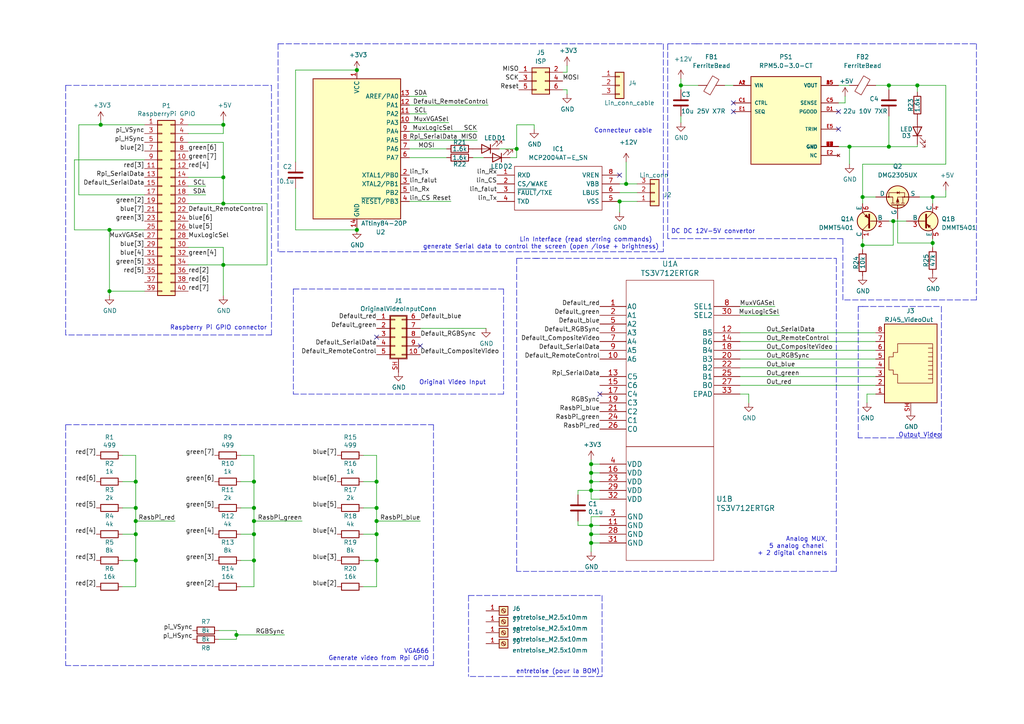
<source format=kicad_sch>
(kicad_sch (version 20210126) (generator eeschema)

  (paper "A4")

  (title_block
    (title "Android auto Pi hat")
    (date "2021-01-24")
    (rev "V1.0")
    (company "L.Renaud")
  )

  

  (junction (at 29.21 36.195) (diameter 1.016) (color 0 0 0 0))
  (junction (at 31.75 66.675) (diameter 1.016) (color 0 0 0 0))
  (junction (at 31.75 84.455) (diameter 1.016) (color 0 0 0 0))
  (junction (at 39.37 139.7) (diameter 1.016) (color 0 0 0 0))
  (junction (at 39.37 147.32) (diameter 1.016) (color 0 0 0 0))
  (junction (at 39.37 151.13) (diameter 1.016) (color 0 0 0 0))
  (junction (at 39.37 154.94) (diameter 1.016) (color 0 0 0 0))
  (junction (at 39.37 162.56) (diameter 1.016) (color 0 0 0 0))
  (junction (at 64.77 36.195) (diameter 1.016) (color 0 0 0 0))
  (junction (at 64.77 51.435) (diameter 1.016) (color 0 0 0 0))
  (junction (at 64.77 59.055) (diameter 1.016) (color 0 0 0 0))
  (junction (at 64.77 76.835) (diameter 1.016) (color 0 0 0 0))
  (junction (at 68.58 184.15) (diameter 1.016) (color 0 0 0 0))
  (junction (at 73.66 139.7) (diameter 1.016) (color 0 0 0 0))
  (junction (at 73.66 147.32) (diameter 1.016) (color 0 0 0 0))
  (junction (at 73.66 151.13) (diameter 1.016) (color 0 0 0 0))
  (junction (at 73.66 154.94) (diameter 1.016) (color 0 0 0 0))
  (junction (at 73.66 162.56) (diameter 1.016) (color 0 0 0 0))
  (junction (at 103.505 20.32) (diameter 1.016) (color 0 0 0 0))
  (junction (at 103.505 66.675) (diameter 1.016) (color 0 0 0 0))
  (junction (at 109.22 139.7) (diameter 1.016) (color 0 0 0 0))
  (junction (at 109.22 147.32) (diameter 1.016) (color 0 0 0 0))
  (junction (at 109.22 151.13) (diameter 1.016) (color 0 0 0 0))
  (junction (at 109.22 154.94) (diameter 1.016) (color 0 0 0 0))
  (junction (at 109.22 162.56) (diameter 1.016) (color 0 0 0 0))
  (junction (at 149.86 43.18) (diameter 1.016) (color 0 0 0 0))
  (junction (at 171.45 134.62) (diameter 1.016) (color 0 0 0 0))
  (junction (at 171.45 137.16) (diameter 1.016) (color 0 0 0 0))
  (junction (at 171.45 139.7) (diameter 1.016) (color 0 0 0 0))
  (junction (at 171.45 142.24) (diameter 1.016) (color 0 0 0 0))
  (junction (at 171.45 152.4) (diameter 1.016) (color 0 0 0 0))
  (junction (at 171.45 154.94) (diameter 1.016) (color 0 0 0 0))
  (junction (at 171.45 157.48) (diameter 1.016) (color 0 0 0 0))
  (junction (at 179.705 58.42) (diameter 1.016) (color 0 0 0 0))
  (junction (at 181.61 53.34) (diameter 1.016) (color 0 0 0 0))
  (junction (at 197.485 24.765) (diameter 1.016) (color 0 0 0 0))
  (junction (at 246.38 42.545) (diameter 1.016) (color 0 0 0 0))
  (junction (at 250.19 57.15) (diameter 1.016) (color 0 0 0 0))
  (junction (at 250.19 71.12) (diameter 1.016) (color 0 0 0 0))
  (junction (at 257.81 24.765) (diameter 1.016) (color 0 0 0 0))
  (junction (at 257.81 42.545) (diameter 1.016) (color 0 0 0 0))
  (junction (at 259.08 64.135) (diameter 1.016) (color 0 0 0 0))
  (junction (at 266.065 24.765) (diameter 1.016) (color 0 0 0 0))
  (junction (at 270.51 57.15) (diameter 1.016) (color 0 0 0 0))
  (junction (at 270.51 70.485) (diameter 1.016) (color 0 0 0 0))

  (no_connect (at 109.22 97.79) (uuid 0dbcd90e-860b-4f5d-aa66-ef071e3f5f7e))
  (no_connect (at 121.92 100.33) (uuid 179566e3-8887-4048-bb22-448b807bf12a))
  (no_connect (at 173.99 114.3) (uuid 978aabbb-86d2-454d-b668-1063f00f3e62))
  (no_connect (at 179.705 50.8) (uuid f8ea14d1-39de-4782-a286-5e126d33a4b9))
  (no_connect (at 212.725 29.845) (uuid 81d4400d-022d-4b07-bc0f-d3f79fed69ad))
  (no_connect (at 212.725 32.385) (uuid ab626f90-a5dc-45e5-b028-1668bdb49cb7))
  (no_connect (at 243.205 32.385) (uuid 212d9c7f-ba14-4f9d-8398-c3828ff7966e))
  (no_connect (at 243.205 37.465) (uuid a4dc4a35-aac7-4f1d-9aee-d03c29f56418))

  (wire (pts (xy 21.59 46.355) (xy 41.91 46.355))
    (stroke (width 0) (type solid) (color 0 0 0 0))
    (uuid c967c312-5942-441c-94ac-d229770e22f2)
  )
  (wire (pts (xy 21.59 66.675) (xy 21.59 46.355))
    (stroke (width 0) (type solid) (color 0 0 0 0))
    (uuid 9f00680f-2240-44d7-a292-be3bac9cc872)
  )
  (wire (pts (xy 22.86 36.195) (xy 29.21 36.195))
    (stroke (width 0) (type solid) (color 0 0 0 0))
    (uuid 0d37f1a7-ff00-44a7-abb9-b0210ac6d866)
  )
  (wire (pts (xy 22.86 56.515) (xy 22.86 36.195))
    (stroke (width 0) (type solid) (color 0 0 0 0))
    (uuid a70f4167-09cd-4888-92da-b8d61d231592)
  )
  (wire (pts (xy 22.86 56.515) (xy 41.91 56.515))
    (stroke (width 0) (type solid) (color 0 0 0 0))
    (uuid 7483a584-d4bb-4fbc-8fe3-101fd1369562)
  )
  (wire (pts (xy 29.21 34.925) (xy 29.21 36.195))
    (stroke (width 0) (type solid) (color 0 0 0 0))
    (uuid 580ad158-3202-4dcc-b9f0-171e1ce51d31)
  )
  (wire (pts (xy 29.21 36.195) (xy 41.91 36.195))
    (stroke (width 0) (type solid) (color 0 0 0 0))
    (uuid bd3ba66d-101c-42da-880e-ebae7983c960)
  )
  (wire (pts (xy 31.75 66.675) (xy 21.59 66.675))
    (stroke (width 0) (type solid) (color 0 0 0 0))
    (uuid b5351028-7e26-4de6-84ef-bd669ceb0c96)
  )
  (wire (pts (xy 31.75 84.455) (xy 31.75 66.675))
    (stroke (width 0) (type solid) (color 0 0 0 0))
    (uuid 5f3998b9-b0f1-4220-a4c4-9061c2da7941)
  )
  (wire (pts (xy 31.75 84.455) (xy 41.91 84.455))
    (stroke (width 0) (type solid) (color 0 0 0 0))
    (uuid f9931c1a-76b0-491b-97d9-1dbadd9bd0da)
  )
  (wire (pts (xy 31.75 85.725) (xy 31.75 84.455))
    (stroke (width 0) (type solid) (color 0 0 0 0))
    (uuid d75da603-e64b-473f-b274-a166c96e598b)
  )
  (wire (pts (xy 35.56 132.08) (xy 39.37 132.08))
    (stroke (width 0) (type solid) (color 0 0 0 0))
    (uuid 9a018b81-5958-4eba-bc36-85d1eddd7223)
  )
  (wire (pts (xy 35.56 139.7) (xy 39.37 139.7))
    (stroke (width 0) (type solid) (color 0 0 0 0))
    (uuid 332f7dda-3087-499e-bb5b-c05bb119bb14)
  )
  (wire (pts (xy 35.56 147.32) (xy 39.37 147.32))
    (stroke (width 0) (type solid) (color 0 0 0 0))
    (uuid cb774fa5-07d6-4950-a7bf-fd92e7c620b6)
  )
  (wire (pts (xy 35.56 154.94) (xy 39.37 154.94))
    (stroke (width 0) (type solid) (color 0 0 0 0))
    (uuid 770e4d10-b2c9-405b-8c75-0458228f3299)
  )
  (wire (pts (xy 35.56 162.56) (xy 39.37 162.56))
    (stroke (width 0) (type solid) (color 0 0 0 0))
    (uuid 5d53799f-d76f-4aab-9d9c-4954624a01c2)
  )
  (wire (pts (xy 39.37 132.08) (xy 39.37 139.7))
    (stroke (width 0) (type solid) (color 0 0 0 0))
    (uuid 8870bf82-e716-406b-8771-2d1ac7337706)
  )
  (wire (pts (xy 39.37 139.7) (xy 39.37 147.32))
    (stroke (width 0) (type solid) (color 0 0 0 0))
    (uuid ce773ef7-ce5f-478e-8d93-abcbdc18fc5b)
  )
  (wire (pts (xy 39.37 147.32) (xy 39.37 151.13))
    (stroke (width 0) (type solid) (color 0 0 0 0))
    (uuid c5ea5e00-ed91-433c-9a0a-f1fe64a49393)
  )
  (wire (pts (xy 39.37 151.13) (xy 39.37 154.94))
    (stroke (width 0) (type solid) (color 0 0 0 0))
    (uuid 9ebc6520-4c34-48dd-a9a4-9a5156f2fce2)
  )
  (wire (pts (xy 39.37 151.13) (xy 50.8 151.13))
    (stroke (width 0) (type solid) (color 0 0 0 0))
    (uuid f4ab1c13-7b1c-4391-88bc-03b88b591d14)
  )
  (wire (pts (xy 39.37 154.94) (xy 39.37 162.56))
    (stroke (width 0) (type solid) (color 0 0 0 0))
    (uuid a7563f69-650d-4dbc-a643-dbc25496bec5)
  )
  (wire (pts (xy 39.37 162.56) (xy 39.37 170.18))
    (stroke (width 0) (type solid) (color 0 0 0 0))
    (uuid ff6f763b-8144-41be-bd3f-e03d1ddd7824)
  )
  (wire (pts (xy 39.37 170.18) (xy 35.56 170.18))
    (stroke (width 0) (type solid) (color 0 0 0 0))
    (uuid ca034a57-3b64-4b1f-9441-2ba14d5995f4)
  )
  (wire (pts (xy 41.91 66.675) (xy 31.75 66.675))
    (stroke (width 0) (type solid) (color 0 0 0 0))
    (uuid efe926bd-b4f9-4447-957e-7fdf4b79a0f2)
  )
  (wire (pts (xy 54.61 36.195) (xy 64.77 36.195))
    (stroke (width 0) (type solid) (color 0 0 0 0))
    (uuid 77973429-8dac-415e-90aa-24198be22a02)
  )
  (wire (pts (xy 54.61 38.735) (xy 64.77 38.735))
    (stroke (width 0) (type solid) (color 0 0 0 0))
    (uuid e1d92d37-a97e-4d74-b1e0-c65608cadd4a)
  )
  (wire (pts (xy 54.61 41.275) (xy 64.77 41.275))
    (stroke (width 0) (type solid) (color 0 0 0 0))
    (uuid bc63b6a7-7cb3-42ce-b9cc-053705ac7c1e)
  )
  (wire (pts (xy 54.61 51.435) (xy 64.77 51.435))
    (stroke (width 0) (type solid) (color 0 0 0 0))
    (uuid 05bbae3e-c514-4c8b-b612-9cf0b7345e68)
  )
  (wire (pts (xy 54.61 53.975) (xy 59.69 53.975))
    (stroke (width 0) (type solid) (color 0 0 0 0))
    (uuid a3cfa0d4-a260-4617-9ce7-cf9ce77b0e32)
  )
  (wire (pts (xy 54.61 56.515) (xy 59.69 56.515))
    (stroke (width 0) (type solid) (color 0 0 0 0))
    (uuid 2455b857-4060-493f-8665-38ee29c1858f)
  )
  (wire (pts (xy 54.61 71.755) (xy 64.77 71.755))
    (stroke (width 0) (type solid) (color 0 0 0 0))
    (uuid 12baa4ed-ac41-4cb9-bc7d-c1100d438fbb)
  )
  (wire (pts (xy 63.5 182.88) (xy 68.58 182.88))
    (stroke (width 0) (type solid) (color 0 0 0 0))
    (uuid ccb3505d-2c8b-4987-89c8-662a87f10dd7)
  )
  (wire (pts (xy 64.77 36.195) (xy 64.77 34.925))
    (stroke (width 0) (type solid) (color 0 0 0 0))
    (uuid a463a1ab-5e7b-40ea-b9f3-aafb932c7ddf)
  )
  (wire (pts (xy 64.77 38.735) (xy 64.77 36.195))
    (stroke (width 0) (type solid) (color 0 0 0 0))
    (uuid 7f2ba4b8-655f-4972-ae29-1292369e98f6)
  )
  (wire (pts (xy 64.77 41.275) (xy 64.77 51.435))
    (stroke (width 0) (type solid) (color 0 0 0 0))
    (uuid 2a98a306-2fed-4571-ae20-a1b60fa76d84)
  )
  (wire (pts (xy 64.77 51.435) (xy 64.77 59.055))
    (stroke (width 0) (type solid) (color 0 0 0 0))
    (uuid d658574a-ffe8-4b0e-afb8-875af9767ea7)
  )
  (wire (pts (xy 64.77 59.055) (xy 54.61 59.055))
    (stroke (width 0) (type solid) (color 0 0 0 0))
    (uuid 927f03f5-18e3-493f-b71b-5a80866ba45a)
  )
  (wire (pts (xy 64.77 59.055) (xy 77.47 59.055))
    (stroke (width 0) (type solid) (color 0 0 0 0))
    (uuid 44de6d03-7135-4601-ae94-fe81be347f6c)
  )
  (wire (pts (xy 64.77 71.755) (xy 64.77 76.835))
    (stroke (width 0) (type solid) (color 0 0 0 0))
    (uuid b87bee10-fbd1-4c2b-8b56-d294edd7ad4f)
  )
  (wire (pts (xy 64.77 76.835) (xy 54.61 76.835))
    (stroke (width 0) (type solid) (color 0 0 0 0))
    (uuid c6cbb3c0-0fc3-4f1e-8d47-542d669b3be3)
  )
  (wire (pts (xy 64.77 85.725) (xy 64.77 76.835))
    (stroke (width 0) (type solid) (color 0 0 0 0))
    (uuid 8fb8de9b-7175-4b08-8f44-1d21f8aa44e1)
  )
  (wire (pts (xy 68.58 182.88) (xy 68.58 184.15))
    (stroke (width 0) (type solid) (color 0 0 0 0))
    (uuid 6c31f33b-a1c2-44a6-9fd1-e61997548f35)
  )
  (wire (pts (xy 68.58 184.15) (xy 68.58 185.42))
    (stroke (width 0) (type solid) (color 0 0 0 0))
    (uuid 09f1e5c9-5ec6-412d-b307-350f661ea7c8)
  )
  (wire (pts (xy 68.58 184.15) (xy 82.55 184.15))
    (stroke (width 0) (type solid) (color 0 0 0 0))
    (uuid 435c5ae6-7b1a-4f53-8d96-379a4e4a33f4)
  )
  (wire (pts (xy 68.58 185.42) (xy 63.5 185.42))
    (stroke (width 0) (type solid) (color 0 0 0 0))
    (uuid 5a063cb3-3270-4532-9d1b-c542a1d39d34)
  )
  (wire (pts (xy 69.85 132.08) (xy 73.66 132.08))
    (stroke (width 0) (type solid) (color 0 0 0 0))
    (uuid 5b46cd0b-8987-4304-b697-8c8d21bdc0c2)
  )
  (wire (pts (xy 69.85 139.7) (xy 73.66 139.7))
    (stroke (width 0) (type solid) (color 0 0 0 0))
    (uuid b99240fd-bf38-434c-babe-ce1643d898a0)
  )
  (wire (pts (xy 69.85 147.32) (xy 73.66 147.32))
    (stroke (width 0) (type solid) (color 0 0 0 0))
    (uuid 29e99cd4-92da-48bb-8fce-3962aa48fd83)
  )
  (wire (pts (xy 69.85 154.94) (xy 73.66 154.94))
    (stroke (width 0) (type solid) (color 0 0 0 0))
    (uuid e1590d7c-5704-4eba-9293-e6068f221925)
  )
  (wire (pts (xy 69.85 162.56) (xy 73.66 162.56))
    (stroke (width 0) (type solid) (color 0 0 0 0))
    (uuid 47e5b0ed-5ea1-41f1-bc8f-e8534fe4779d)
  )
  (wire (pts (xy 73.66 132.08) (xy 73.66 139.7))
    (stroke (width 0) (type solid) (color 0 0 0 0))
    (uuid 561ca786-5d33-4825-a36b-b28291e7b146)
  )
  (wire (pts (xy 73.66 139.7) (xy 73.66 147.32))
    (stroke (width 0) (type solid) (color 0 0 0 0))
    (uuid ed86bf7a-9d42-4019-991b-78209921523b)
  )
  (wire (pts (xy 73.66 147.32) (xy 73.66 151.13))
    (stroke (width 0) (type solid) (color 0 0 0 0))
    (uuid c55fed84-7835-4706-9dae-9d7788c19574)
  )
  (wire (pts (xy 73.66 151.13) (xy 73.66 154.94))
    (stroke (width 0) (type solid) (color 0 0 0 0))
    (uuid f2210408-78d3-449c-82a8-22f150f376aa)
  )
  (wire (pts (xy 73.66 151.13) (xy 87.63 151.13))
    (stroke (width 0) (type solid) (color 0 0 0 0))
    (uuid 4d54312d-ceda-4e30-9b52-e4f34be85956)
  )
  (wire (pts (xy 73.66 154.94) (xy 73.66 162.56))
    (stroke (width 0) (type solid) (color 0 0 0 0))
    (uuid 1617af1b-8b61-47a5-b21d-ebdf42ee1942)
  )
  (wire (pts (xy 73.66 162.56) (xy 73.66 170.18))
    (stroke (width 0) (type solid) (color 0 0 0 0))
    (uuid 8f35cda8-16ec-4976-8c3a-49ad4a1f0c41)
  )
  (wire (pts (xy 73.66 170.18) (xy 69.85 170.18))
    (stroke (width 0) (type solid) (color 0 0 0 0))
    (uuid 11a22fed-ec9d-42f6-910b-153d481b3cab)
  )
  (wire (pts (xy 77.47 59.055) (xy 77.47 76.835))
    (stroke (width 0) (type solid) (color 0 0 0 0))
    (uuid e87cba43-8791-44a4-95b9-00e8807f637f)
  )
  (wire (pts (xy 77.47 76.835) (xy 64.77 76.835))
    (stroke (width 0) (type solid) (color 0 0 0 0))
    (uuid 82fdb0bc-01ee-47c3-9aa0-2bc7462b27d2)
  )
  (wire (pts (xy 85.725 20.32) (xy 85.725 46.99))
    (stroke (width 0) (type solid) (color 0 0 0 0))
    (uuid c24744dc-293c-40b7-a3d8-ef5c3b0b125e)
  )
  (wire (pts (xy 85.725 20.32) (xy 103.505 20.32))
    (stroke (width 0) (type solid) (color 0 0 0 0))
    (uuid a5be2632-7285-4d24-bcb0-954700925fe8)
  )
  (wire (pts (xy 85.725 54.61) (xy 85.725 66.675))
    (stroke (width 0) (type solid) (color 0 0 0 0))
    (uuid 8b6393e8-f727-4a81-858b-1f99514b9945)
  )
  (wire (pts (xy 85.725 66.675) (xy 103.505 66.675))
    (stroke (width 0) (type solid) (color 0 0 0 0))
    (uuid ef8d6222-64f8-40aa-966e-64bef3a8f3d2)
  )
  (wire (pts (xy 103.505 66.04) (xy 103.505 66.675))
    (stroke (width 0) (type solid) (color 0 0 0 0))
    (uuid d4c2654d-9d0d-482d-b342-25d3f3b9a02b)
  )
  (wire (pts (xy 105.41 132.08) (xy 109.22 132.08))
    (stroke (width 0) (type solid) (color 0 0 0 0))
    (uuid 9567eb94-bb56-4a97-825a-8f2724efe419)
  )
  (wire (pts (xy 105.41 139.7) (xy 109.22 139.7))
    (stroke (width 0) (type solid) (color 0 0 0 0))
    (uuid fa2e6ceb-6182-461d-9cb0-73f4a36108e3)
  )
  (wire (pts (xy 105.41 147.32) (xy 109.22 147.32))
    (stroke (width 0) (type solid) (color 0 0 0 0))
    (uuid b873a9a9-d778-4d77-8da9-a558195e0e24)
  )
  (wire (pts (xy 105.41 154.94) (xy 109.22 154.94))
    (stroke (width 0) (type solid) (color 0 0 0 0))
    (uuid 69c80619-38cd-49dd-896d-ce1d683e2b0e)
  )
  (wire (pts (xy 105.41 162.56) (xy 109.22 162.56))
    (stroke (width 0) (type solid) (color 0 0 0 0))
    (uuid b1a95a40-6c15-4f7e-ab79-0c746cc09974)
  )
  (wire (pts (xy 109.22 132.08) (xy 109.22 139.7))
    (stroke (width 0) (type solid) (color 0 0 0 0))
    (uuid ccda7e35-7068-4f4c-b64d-8cfce63522cd)
  )
  (wire (pts (xy 109.22 139.7) (xy 109.22 147.32))
    (stroke (width 0) (type solid) (color 0 0 0 0))
    (uuid dc70da66-4b48-4c1e-a8ce-f8a68379ef3d)
  )
  (wire (pts (xy 109.22 147.32) (xy 109.22 151.13))
    (stroke (width 0) (type solid) (color 0 0 0 0))
    (uuid f7bd813d-87ec-429e-bf62-095849ef092e)
  )
  (wire (pts (xy 109.22 151.13) (xy 109.22 154.94))
    (stroke (width 0) (type solid) (color 0 0 0 0))
    (uuid 9a7ef84b-3d2f-40bf-b268-9af05eb421b5)
  )
  (wire (pts (xy 109.22 151.13) (xy 121.92 151.13))
    (stroke (width 0) (type solid) (color 0 0 0 0))
    (uuid 2946f64a-5f56-4eac-9cf3-8d7d43120a46)
  )
  (wire (pts (xy 109.22 154.94) (xy 109.22 162.56))
    (stroke (width 0) (type solid) (color 0 0 0 0))
    (uuid 12839361-ce8e-4750-99ad-49551ce94dd4)
  )
  (wire (pts (xy 109.22 162.56) (xy 109.22 170.18))
    (stroke (width 0) (type solid) (color 0 0 0 0))
    (uuid 328dcea5-9616-47db-99f0-3f6edd62762f)
  )
  (wire (pts (xy 109.22 170.18) (xy 105.41 170.18))
    (stroke (width 0) (type solid) (color 0 0 0 0))
    (uuid dd94922e-1c00-4cbd-821c-5399dbeb5d5d)
  )
  (wire (pts (xy 118.745 27.94) (xy 123.825 27.94))
    (stroke (width 0) (type solid) (color 0 0 0 0))
    (uuid 95fc922a-c56d-476b-a273-ffa6e0a8b726)
  )
  (wire (pts (xy 118.745 30.48) (xy 141.605 30.48))
    (stroke (width 0) (type solid) (color 0 0 0 0))
    (uuid dd9d0cac-a542-4504-aa0e-fd12b5be09b6)
  )
  (wire (pts (xy 118.745 33.02) (xy 123.825 33.02))
    (stroke (width 0) (type solid) (color 0 0 0 0))
    (uuid 128f6c62-e28a-4ada-a378-fea92e9cb152)
  )
  (wire (pts (xy 118.745 35.56) (xy 130.175 35.56))
    (stroke (width 0) (type solid) (color 0 0 0 0))
    (uuid 2628a2ce-a05f-4aaf-9684-290531be0ac3)
  )
  (wire (pts (xy 118.745 38.1) (xy 138.43 38.1))
    (stroke (width 0) (type solid) (color 0 0 0 0))
    (uuid 82206934-bd5e-4321-a477-25038909c168)
  )
  (wire (pts (xy 118.745 40.64) (xy 138.43 40.64))
    (stroke (width 0) (type solid) (color 0 0 0 0))
    (uuid 5084b2c7-df8f-47cf-bcd6-2482721e0b64)
  )
  (wire (pts (xy 118.745 43.18) (xy 129.54 43.18))
    (stroke (width 0) (type solid) (color 0 0 0 0))
    (uuid 50fc5171-bcc7-4307-90b2-e70f57a6ca0e)
  )
  (wire (pts (xy 118.745 45.72) (xy 129.54 45.72))
    (stroke (width 0) (type solid) (color 0 0 0 0))
    (uuid b927e7ac-c7e8-4b5e-900d-11e0e5466f3f)
  )
  (wire (pts (xy 118.745 58.42) (xy 130.81 58.42))
    (stroke (width 0) (type solid) (color 0 0 0 0))
    (uuid f60118f7-256f-44a7-8b03-2ff54b80ecb8)
  )
  (wire (pts (xy 121.92 95.25) (xy 140.97 95.25))
    (stroke (width 0) (type solid) (color 0 0 0 0))
    (uuid 8abcd36e-6305-439a-985a-bbce39fc9a30)
  )
  (wire (pts (xy 137.16 45.72) (xy 140.335 45.72))
    (stroke (width 0) (type solid) (color 0 0 0 0))
    (uuid f5604854-32cc-4d31-93ba-c7314326d552)
  )
  (wire (pts (xy 144.78 43.18) (xy 149.86 43.18))
    (stroke (width 0) (type solid) (color 0 0 0 0))
    (uuid f3f4225e-ccd4-4d56-8736-69bbbe153bcf)
  )
  (wire (pts (xy 147.955 45.72) (xy 149.86 45.72))
    (stroke (width 0) (type solid) (color 0 0 0 0))
    (uuid 640f5b0a-b0de-4ed0-a60b-464dc90fa541)
  )
  (wire (pts (xy 149.86 36.195) (xy 149.86 43.18))
    (stroke (width 0) (type solid) (color 0 0 0 0))
    (uuid 0f3b98e4-ee2d-48d7-9452-b63584a986a7)
  )
  (wire (pts (xy 149.86 43.18) (xy 149.86 45.72))
    (stroke (width 0) (type solid) (color 0 0 0 0))
    (uuid 76da7819-c828-47ae-86f6-135f9e03dcff)
  )
  (wire (pts (xy 154.94 36.195) (xy 149.86 36.195))
    (stroke (width 0) (type solid) (color 0 0 0 0))
    (uuid f5a1cc01-6b28-48e3-9a7d-279d0585a5bf)
  )
  (wire (pts (xy 154.94 37.465) (xy 154.94 36.195))
    (stroke (width 0) (type solid) (color 0 0 0 0))
    (uuid 96b1c9cd-37dd-46db-9f20-f61df214192e)
  )
  (wire (pts (xy 163.195 26.035) (xy 164.465 26.035))
    (stroke (width 0) (type solid) (color 0 0 0 0))
    (uuid 26edb2f7-35dc-4473-9ff9-bd144acc94b2)
  )
  (wire (pts (xy 164.465 19.05) (xy 164.465 20.955))
    (stroke (width 0) (type solid) (color 0 0 0 0))
    (uuid e0ace31b-0a0f-4aa0-8a8a-07ef5e32c217)
  )
  (wire (pts (xy 164.465 20.955) (xy 163.195 20.955))
    (stroke (width 0) (type solid) (color 0 0 0 0))
    (uuid bb06b4d4-6a6f-4ccd-81c2-d87e9c7f8c6b)
  )
  (wire (pts (xy 164.465 26.035) (xy 164.465 27.305))
    (stroke (width 0) (type solid) (color 0 0 0 0))
    (uuid 05bd1794-1a93-4741-ba5b-60999b6aca0c)
  )
  (wire (pts (xy 167.64 142.24) (xy 171.45 142.24))
    (stroke (width 0) (type solid) (color 0 0 0 0))
    (uuid 95546116-4aa0-49be-9a78-e045de4a9b9c)
  )
  (wire (pts (xy 167.64 143.51) (xy 167.64 142.24))
    (stroke (width 0) (type solid) (color 0 0 0 0))
    (uuid 20511264-8403-4abd-ac96-8b689b5828c2)
  )
  (wire (pts (xy 167.64 151.13) (xy 167.64 152.4))
    (stroke (width 0) (type solid) (color 0 0 0 0))
    (uuid 67a0944d-b224-4dad-91c6-5b2b22ace58e)
  )
  (wire (pts (xy 167.64 152.4) (xy 171.45 152.4))
    (stroke (width 0) (type solid) (color 0 0 0 0))
    (uuid f897f6b4-8942-4426-af16-102956a02285)
  )
  (wire (pts (xy 171.45 133.35) (xy 171.45 134.62))
    (stroke (width 0) (type solid) (color 0 0 0 0))
    (uuid b6e39433-4152-4dd2-a585-5967fda68cb2)
  )
  (wire (pts (xy 171.45 134.62) (xy 171.45 137.16))
    (stroke (width 0) (type solid) (color 0 0 0 0))
    (uuid fdfc13f2-1af4-4122-b9a3-ef9d99ff7b36)
  )
  (wire (pts (xy 171.45 137.16) (xy 171.45 139.7))
    (stroke (width 0) (type solid) (color 0 0 0 0))
    (uuid c050f93f-c496-44f6-bfd3-7ad81d2c53eb)
  )
  (wire (pts (xy 171.45 139.7) (xy 171.45 142.24))
    (stroke (width 0) (type solid) (color 0 0 0 0))
    (uuid 0623d4ac-9994-44b7-a8ba-eeb87a82beb2)
  )
  (wire (pts (xy 171.45 142.24) (xy 171.45 144.78))
    (stroke (width 0) (type solid) (color 0 0 0 0))
    (uuid 8edc35c4-dff8-4b86-9727-8df39fa2f0ad)
  )
  (wire (pts (xy 171.45 144.78) (xy 173.99 144.78))
    (stroke (width 0) (type solid) (color 0 0 0 0))
    (uuid f1b92f26-8dda-4c43-9a5e-c75aed6d675f)
  )
  (wire (pts (xy 171.45 149.86) (xy 171.45 152.4))
    (stroke (width 0) (type solid) (color 0 0 0 0))
    (uuid 785ad69c-b1bf-474d-b178-fd8f995f6c19)
  )
  (wire (pts (xy 171.45 152.4) (xy 171.45 154.94))
    (stroke (width 0) (type solid) (color 0 0 0 0))
    (uuid 79173edb-883c-41e7-8f26-0c4c25590cc8)
  )
  (wire (pts (xy 171.45 154.94) (xy 171.45 157.48))
    (stroke (width 0) (type solid) (color 0 0 0 0))
    (uuid debea982-e34f-46d8-89cd-dafe0b1f214c)
  )
  (wire (pts (xy 171.45 157.48) (xy 173.99 157.48))
    (stroke (width 0) (type solid) (color 0 0 0 0))
    (uuid f417db97-aee4-4fe5-8ced-938a38aed7a6)
  )
  (wire (pts (xy 171.45 160.02) (xy 171.45 157.48))
    (stroke (width 0) (type solid) (color 0 0 0 0))
    (uuid ce511b1e-c4da-4ac4-bc79-b2748bad2b4c)
  )
  (wire (pts (xy 173.99 134.62) (xy 171.45 134.62))
    (stroke (width 0) (type solid) (color 0 0 0 0))
    (uuid 1fcca577-cdb5-4d91-a51d-183510d2667a)
  )
  (wire (pts (xy 173.99 137.16) (xy 171.45 137.16))
    (stroke (width 0) (type solid) (color 0 0 0 0))
    (uuid 3bb66c30-f9e5-46d9-9f8b-4f0aa541d167)
  )
  (wire (pts (xy 173.99 139.7) (xy 171.45 139.7))
    (stroke (width 0) (type solid) (color 0 0 0 0))
    (uuid 5004ef56-7c7c-4e0a-8f8e-ecc82bd20622)
  )
  (wire (pts (xy 173.99 142.24) (xy 171.45 142.24))
    (stroke (width 0) (type solid) (color 0 0 0 0))
    (uuid c26020cd-16a2-499e-a352-5c6cd3213007)
  )
  (wire (pts (xy 173.99 149.86) (xy 171.45 149.86))
    (stroke (width 0) (type solid) (color 0 0 0 0))
    (uuid 430a7f1c-acd1-4035-b723-42fd1fffda72)
  )
  (wire (pts (xy 173.99 152.4) (xy 171.45 152.4))
    (stroke (width 0) (type solid) (color 0 0 0 0))
    (uuid 25e6c566-92f0-4062-a262-77900222ecea)
  )
  (wire (pts (xy 173.99 154.94) (xy 171.45 154.94))
    (stroke (width 0) (type solid) (color 0 0 0 0))
    (uuid f0e59537-c988-42f0-85e0-d3ecd294e70d)
  )
  (wire (pts (xy 179.705 53.34) (xy 181.61 53.34))
    (stroke (width 0) (type solid) (color 0 0 0 0))
    (uuid 02e536c4-2400-4497-b644-6bc87b4a7860)
  )
  (wire (pts (xy 179.705 55.88) (xy 184.785 55.88))
    (stroke (width 0) (type solid) (color 0 0 0 0))
    (uuid 1e179459-c1c4-4ad8-9784-668cab9a4ab9)
  )
  (wire (pts (xy 179.705 58.42) (xy 179.705 61.595))
    (stroke (width 0) (type solid) (color 0 0 0 0))
    (uuid d3ed1f4c-5da7-459a-8d61-1cd727902205)
  )
  (wire (pts (xy 179.705 58.42) (xy 184.785 58.42))
    (stroke (width 0) (type solid) (color 0 0 0 0))
    (uuid f6232895-6128-462f-90d7-d0b253f513b6)
  )
  (wire (pts (xy 181.61 46.99) (xy 181.61 53.34))
    (stroke (width 0) (type solid) (color 0 0 0 0))
    (uuid 508e7714-7ada-438c-b150-35f819944c82)
  )
  (wire (pts (xy 181.61 53.34) (xy 184.785 53.34))
    (stroke (width 0) (type solid) (color 0 0 0 0))
    (uuid 80b905d6-3a84-408b-a80b-7641e5816ff7)
  )
  (wire (pts (xy 197.485 22.86) (xy 197.485 24.765))
    (stroke (width 0) (type solid) (color 0 0 0 0))
    (uuid 59b2da03-832d-4606-a326-9ad1382fa187)
  )
  (wire (pts (xy 197.485 24.765) (xy 197.485 26.035))
    (stroke (width 0) (type solid) (color 0 0 0 0))
    (uuid 87969744-89a1-46ef-856a-ce94bcf056b4)
  )
  (wire (pts (xy 197.485 24.765) (xy 202.565 24.765))
    (stroke (width 0) (type solid) (color 0 0 0 0))
    (uuid 7238abac-7a5b-4c8c-9511-58cae8ffca61)
  )
  (wire (pts (xy 197.485 33.655) (xy 197.485 35.56))
    (stroke (width 0) (type solid) (color 0 0 0 0))
    (uuid 5696d0d9-21ae-464c-a05f-941097488504)
  )
  (wire (pts (xy 210.185 24.765) (xy 212.725 24.765))
    (stroke (width 0) (type solid) (color 0 0 0 0))
    (uuid 0fa6b15b-6c8d-4403-abb6-fce1ff75caea)
  )
  (wire (pts (xy 214.63 88.9) (xy 224.79 88.9))
    (stroke (width 0) (type solid) (color 0 0 0 0))
    (uuid 59f78d87-18f7-42c6-b360-3b24a2c12485)
  )
  (wire (pts (xy 214.63 91.44) (xy 226.06 91.44))
    (stroke (width 0) (type solid) (color 0 0 0 0))
    (uuid 8a48dba9-7c8d-466c-a972-9d05ceb5b880)
  )
  (wire (pts (xy 214.63 96.52) (xy 254 96.52))
    (stroke (width 0) (type solid) (color 0 0 0 0))
    (uuid 52544a1a-a198-4292-93fb-3ae1976fe458)
  )
  (wire (pts (xy 214.63 99.06) (xy 254 99.06))
    (stroke (width 0) (type solid) (color 0 0 0 0))
    (uuid 846b82f2-9067-488c-9963-8e1f4b50c609)
  )
  (wire (pts (xy 214.63 101.6) (xy 254 101.6))
    (stroke (width 0) (type solid) (color 0 0 0 0))
    (uuid 4d7ad066-ced3-4a80-8963-d0dbdda0a17d)
  )
  (wire (pts (xy 214.63 104.14) (xy 254 104.14))
    (stroke (width 0) (type solid) (color 0 0 0 0))
    (uuid 430a4b50-11c8-4248-8f86-5cb0407ee06a)
  )
  (wire (pts (xy 214.63 106.68) (xy 254 106.68))
    (stroke (width 0) (type solid) (color 0 0 0 0))
    (uuid 13d3036f-116a-4946-9aee-42b2cfa42162)
  )
  (wire (pts (xy 214.63 109.22) (xy 254 109.22))
    (stroke (width 0) (type solid) (color 0 0 0 0))
    (uuid 1bc023a0-d509-4bcd-9eef-415fb38591cd)
  )
  (wire (pts (xy 214.63 111.76) (xy 254 111.76))
    (stroke (width 0) (type solid) (color 0 0 0 0))
    (uuid 1e76f4f9-5a71-40da-9894-446fa89345be)
  )
  (wire (pts (xy 214.63 114.3) (xy 217.17 114.3))
    (stroke (width 0) (type solid) (color 0 0 0 0))
    (uuid 19c82f71-11de-430c-82a3-8a75bafeaf92)
  )
  (wire (pts (xy 217.17 114.3) (xy 217.17 116.84))
    (stroke (width 0) (type solid) (color 0 0 0 0))
    (uuid 0f1ca836-9f1c-4976-89ea-7d4d26073060)
  )
  (wire (pts (xy 243.205 24.765) (xy 246.38 24.765))
    (stroke (width 0) (type solid) (color 0 0 0 0))
    (uuid 88278885-5d3a-460b-b076-ec5f48174a26)
  )
  (wire (pts (xy 243.205 29.845) (xy 245.11 29.845))
    (stroke (width 0) (type solid) (color 0 0 0 0))
    (uuid 8879575f-2d2d-415c-8280-ec2b85402fba)
  )
  (wire (pts (xy 243.205 42.545) (xy 246.38 42.545))
    (stroke (width 0) (type solid) (color 0 0 0 0))
    (uuid 37bc6f3f-3bc1-4e5e-8f17-d3a7973e2637)
  )
  (wire (pts (xy 245.11 27.94) (xy 245.11 29.845))
    (stroke (width 0) (type solid) (color 0 0 0 0))
    (uuid 17eeab4e-b429-49be-ac27-fd733d316b65)
  )
  (wire (pts (xy 246.38 42.545) (xy 246.38 47.625))
    (stroke (width 0) (type solid) (color 0 0 0 0))
    (uuid 7f9d8338-e979-454c-b129-6ea953b9f704)
  )
  (wire (pts (xy 250.19 47.625) (xy 274.32 47.625))
    (stroke (width 0) (type solid) (color 0 0 0 0))
    (uuid 4ae53338-93e5-4b8a-a4ef-dcf64d1a7064)
  )
  (wire (pts (xy 250.19 57.15) (xy 250.19 47.625))
    (stroke (width 0) (type solid) (color 0 0 0 0))
    (uuid 98fa8d5f-1e09-47d4-83e5-58e447d13dad)
  )
  (wire (pts (xy 250.19 57.15) (xy 254 57.15))
    (stroke (width 0) (type solid) (color 0 0 0 0))
    (uuid 72c61be0-3558-4593-b76d-1466f27d0e51)
  )
  (wire (pts (xy 250.19 59.055) (xy 250.19 57.15))
    (stroke (width 0) (type solid) (color 0 0 0 0))
    (uuid 791da29b-49b2-46c3-92ab-5792707a0891)
  )
  (wire (pts (xy 250.19 69.215) (xy 250.19 71.12))
    (stroke (width 0) (type solid) (color 0 0 0 0))
    (uuid f4b138d4-c803-4700-ac6e-e6db24a601d4)
  )
  (wire (pts (xy 250.19 71.12) (xy 250.19 72.39))
    (stroke (width 0) (type solid) (color 0 0 0 0))
    (uuid a35987f5-2e4f-40bb-9d30-b6834d89cdf8)
  )
  (wire (pts (xy 251.46 114.3) (xy 254 114.3))
    (stroke (width 0) (type solid) (color 0 0 0 0))
    (uuid 06ccb611-993f-4778-83e7-8bf9e7926934)
  )
  (wire (pts (xy 251.46 116.84) (xy 251.46 114.3))
    (stroke (width 0) (type solid) (color 0 0 0 0))
    (uuid 42d48d01-a8d6-48a2-b6f1-30fbb87a8aff)
  )
  (wire (pts (xy 257.81 24.765) (xy 254 24.765))
    (stroke (width 0) (type solid) (color 0 0 0 0))
    (uuid 8c246a6e-9746-4284-b165-c0cee7cc37a6)
  )
  (wire (pts (xy 257.81 24.765) (xy 257.81 26.035))
    (stroke (width 0) (type solid) (color 0 0 0 0))
    (uuid f56aba08-bb28-4194-885a-dd936b4defa7)
  )
  (wire (pts (xy 257.81 24.765) (xy 266.065 24.765))
    (stroke (width 0) (type solid) (color 0 0 0 0))
    (uuid 8f354082-3cd1-4cf0-bf18-cc569ca1f9ed)
  )
  (wire (pts (xy 257.81 33.655) (xy 257.81 42.545))
    (stroke (width 0) (type solid) (color 0 0 0 0))
    (uuid 2cd23715-faf1-4119-8ea9-57e33a14305c)
  )
  (wire (pts (xy 257.81 42.545) (xy 246.38 42.545))
    (stroke (width 0) (type solid) (color 0 0 0 0))
    (uuid edb10260-4364-4ab8-9a92-699430bff376)
  )
  (wire (pts (xy 257.81 42.545) (xy 266.065 42.545))
    (stroke (width 0) (type solid) (color 0 0 0 0))
    (uuid 6b7f86e1-a464-483a-9f3d-82706abfba6d)
  )
  (wire (pts (xy 257.81 64.135) (xy 259.08 64.135))
    (stroke (width 0) (type solid) (color 0 0 0 0))
    (uuid ebb4028d-852f-4547-b2e4-63969c80622a)
  )
  (wire (pts (xy 259.08 64.135) (xy 259.08 71.12))
    (stroke (width 0) (type solid) (color 0 0 0 0))
    (uuid 645733d7-2cb4-4bc7-b0ca-3d1c6430807e)
  )
  (wire (pts (xy 259.08 64.135) (xy 262.89 64.135))
    (stroke (width 0) (type solid) (color 0 0 0 0))
    (uuid b9af77ca-bf94-44c2-a900-3ab501fa2270)
  )
  (wire (pts (xy 259.08 71.12) (xy 250.19 71.12))
    (stroke (width 0) (type solid) (color 0 0 0 0))
    (uuid 7e990dc2-3850-4228-a0f8-03901ffef948)
  )
  (wire (pts (xy 260.35 63.5) (xy 260.35 70.485))
    (stroke (width 0) (type solid) (color 0 0 0 0))
    (uuid 10fb3195-77e9-4905-ac7b-b9a7ca43b08a)
  )
  (wire (pts (xy 260.35 70.485) (xy 270.51 70.485))
    (stroke (width 0) (type solid) (color 0 0 0 0))
    (uuid 66abf79d-51ab-4f59-ac1f-71507ae7656a)
  )
  (wire (pts (xy 266.065 24.765) (xy 266.065 26.67))
    (stroke (width 0) (type solid) (color 0 0 0 0))
    (uuid c7cadaed-cc67-44ea-802f-be6a48edd6bc)
  )
  (wire (pts (xy 266.065 41.91) (xy 266.065 42.545))
    (stroke (width 0) (type solid) (color 0 0 0 0))
    (uuid 4debc064-c55f-4d1f-aff0-a8cf854587dd)
  )
  (wire (pts (xy 266.7 57.15) (xy 270.51 57.15))
    (stroke (width 0) (type solid) (color 0 0 0 0))
    (uuid f38c4728-5f9d-4e2e-a701-c67816b106d9)
  )
  (wire (pts (xy 270.51 57.15) (xy 270.51 59.055))
    (stroke (width 0) (type solid) (color 0 0 0 0))
    (uuid 033a998d-551a-40e0-9b3f-cdb967724457)
  )
  (wire (pts (xy 270.51 69.215) (xy 270.51 70.485))
    (stroke (width 0) (type solid) (color 0 0 0 0))
    (uuid 6436556b-1266-4d0d-9686-ba864df2317c)
  )
  (wire (pts (xy 270.51 70.485) (xy 270.51 71.755))
    (stroke (width 0) (type solid) (color 0 0 0 0))
    (uuid 3a6feb98-0e12-4b16-9969-fb0b868160e2)
  )
  (wire (pts (xy 274.32 24.765) (xy 266.065 24.765))
    (stroke (width 0) (type solid) (color 0 0 0 0))
    (uuid 4bc9343f-f677-4e7e-affa-1afa610c70d8)
  )
  (wire (pts (xy 274.32 47.625) (xy 274.32 24.765))
    (stroke (width 0) (type solid) (color 0 0 0 0))
    (uuid b3bd934b-7551-4be3-bbf9-7322a1aba87a)
  )
  (wire (pts (xy 274.32 55.245) (xy 274.32 57.15))
    (stroke (width 0) (type solid) (color 0 0 0 0))
    (uuid c94a385e-33f9-4620-8db5-00fcec9300b9)
  )
  (wire (pts (xy 274.32 57.15) (xy 270.51 57.15))
    (stroke (width 0) (type solid) (color 0 0 0 0))
    (uuid c0be71f5-3fc7-4070-8510-e5845bb4e042)
  )
  (polyline (pts (xy 19.05 24.765) (xy 19.05 97.155))
    (stroke (width 0) (type dash) (color 0 0 0 0))
    (uuid 674dae22-9d45-4131-abaa-fcecf319b961)
  )
  (polyline (pts (xy 19.05 24.765) (xy 78.74 24.765))
    (stroke (width 0) (type dash) (color 0 0 0 0))
    (uuid 31b93d51-5262-43d9-b4ef-1bae3bf15f2e)
  )
  (polyline (pts (xy 19.05 123.19) (xy 19.05 193.04))
    (stroke (width 0) (type dash) (color 0 0 0 0))
    (uuid efb43ce8-eab1-4c39-82a3-ae7ed394cbc2)
  )
  (polyline (pts (xy 19.05 123.19) (xy 125.73 123.19))
    (stroke (width 0) (type dash) (color 0 0 0 0))
    (uuid 13a0bf4a-38fa-4f72-bfd2-f299c7c7f90a)
  )
  (polyline (pts (xy 78.74 24.765) (xy 78.74 97.155))
    (stroke (width 0) (type dash) (color 0 0 0 0))
    (uuid 703d7c56-82bf-433a-81aa-3b0294279575)
  )
  (polyline (pts (xy 78.74 97.155) (xy 19.05 97.155))
    (stroke (width 0) (type dash) (color 0 0 0 0))
    (uuid 21cac0df-83fb-499b-8dfa-ae93a4ba306d)
  )
  (polyline (pts (xy 80.645 12.7) (xy 80.645 73.025))
    (stroke (width 0) (type dash) (color 0 0 0 0))
    (uuid 68beb166-7445-477b-8247-6e31305b19f2)
  )
  (polyline (pts (xy 80.645 12.7) (xy 192.405 12.7))
    (stroke (width 0) (type dash) (color 0 0 0 0))
    (uuid 2ab18097-5e97-4c7e-b3ca-447682a860f8)
  )
  (polyline (pts (xy 85.09 83.82) (xy 85.09 114.3))
    (stroke (width 0) (type dash) (color 0 0 0 0))
    (uuid 5b511e89-cb85-4614-a3fa-c1906078ec3c)
  )
  (polyline (pts (xy 85.09 83.82) (xy 146.05 83.82))
    (stroke (width 0) (type dash) (color 0 0 0 0))
    (uuid 1f82d12b-be39-4043-8cc7-dc4ce29f5e4e)
  )
  (polyline (pts (xy 125.73 123.19) (xy 125.73 193.04))
    (stroke (width 0) (type dash) (color 0 0 0 0))
    (uuid 25252dba-73eb-4f5d-a221-c4b02b789e82)
  )
  (polyline (pts (xy 125.73 193.04) (xy 19.05 193.04))
    (stroke (width 0) (type dash) (color 0 0 0 0))
    (uuid 4cd688b4-c0d2-48c9-9633-dce3a805de2a)
  )
  (polyline (pts (xy 135.89 172.72) (xy 135.89 196.215))
    (stroke (width 0) (type dash) (color 0 0 0 0))
    (uuid 96ec1379-8fba-4057-8fac-81f870d7497c)
  )
  (polyline (pts (xy 135.89 172.72) (xy 174.625 172.72))
    (stroke (width 0) (type dash) (color 0 0 0 0))
    (uuid d110dfda-ded1-4ce9-88c5-ef6096c8a4c5)
  )
  (polyline (pts (xy 146.05 83.82) (xy 146.05 114.3))
    (stroke (width 0) (type dash) (color 0 0 0 0))
    (uuid 9cd7fe99-c2b8-4ded-978f-1a9eb0de3ce5)
  )
  (polyline (pts (xy 146.05 114.3) (xy 85.09 114.3))
    (stroke (width 0) (type dash) (color 0 0 0 0))
    (uuid 26e4e045-ebe0-43ab-9c68-4158bb71a388)
  )
  (polyline (pts (xy 149.86 74.93) (xy 156.21 74.93))
    (stroke (width 0) (type dash) (color 0 0 0 0))
    (uuid 667357ab-d865-4b1f-9afd-e542437932f3)
  )
  (polyline (pts (xy 149.86 165.735) (xy 149.86 74.93))
    (stroke (width 0) (type dash) (color 0 0 0 0))
    (uuid 0e1878d6-371e-4e55-a8cb-ba853f2c3907)
  )
  (polyline (pts (xy 154.94 74.93) (xy 242.57 74.93))
    (stroke (width 0) (type dash) (color 0 0 0 0))
    (uuid 6435187f-1d42-43ad-b502-cdabd0e47865)
  )
  (polyline (pts (xy 174.625 172.72) (xy 174.625 196.215))
    (stroke (width 0) (type dash) (color 0 0 0 0))
    (uuid 039806de-6806-4787-bb38-f81c562d0f83)
  )
  (polyline (pts (xy 174.625 196.215) (xy 135.89 196.215))
    (stroke (width 0) (type dash) (color 0 0 0 0))
    (uuid b14fbf2b-e57c-4cde-b099-7ff623088f51)
  )
  (polyline (pts (xy 192.405 12.7) (xy 192.405 73.025))
    (stroke (width 0) (type dash) (color 0 0 0 0))
    (uuid 03617e1c-4c2f-4267-bfc7-85a3d283261c)
  )
  (polyline (pts (xy 192.405 73.025) (xy 80.645 73.025))
    (stroke (width 0) (type dash) (color 0 0 0 0))
    (uuid e48ee08e-a45b-4f0c-8992-d9ee97ecc9a7)
  )
  (polyline (pts (xy 193.675 12.7) (xy 202.565 12.7))
    (stroke (width 0) (type dash) (color 0 0 0 0))
    (uuid cc9f81c5-ed8f-4352-9315-e0bb9058cbe0)
  )
  (polyline (pts (xy 193.675 53.34) (xy 193.675 12.7))
    (stroke (width 0) (type dash) (color 0 0 0 0))
    (uuid 3a2d8e81-4990-4a70-9b47-fc0b24956799)
  )
  (polyline (pts (xy 193.675 69.215) (xy 193.675 53.34))
    (stroke (width 0) (type dash) (color 0 0 0 0))
    (uuid bca68780-2772-49af-afa3-bf50c3bf8eb8)
  )
  (polyline (pts (xy 201.93 12.7) (xy 269.875 12.7))
    (stroke (width 0) (type dash) (color 0 0 0 0))
    (uuid c449678e-7cb7-4577-a8a5-4580d08c8885)
  )
  (polyline (pts (xy 242.57 74.93) (xy 242.57 165.735))
    (stroke (width 0) (type dash) (color 0 0 0 0))
    (uuid 9733be78-2c8e-488c-9ab6-67e429dd12e8)
  )
  (polyline (pts (xy 242.57 165.735) (xy 149.86 165.735))
    (stroke (width 0) (type dash) (color 0 0 0 0))
    (uuid 9b3e249d-1cbf-4d3d-820f-a5635c060355)
  )
  (polyline (pts (xy 244.475 69.215) (xy 193.675 69.215))
    (stroke (width 0) (type dash) (color 0 0 0 0))
    (uuid 1d1f38a1-b2e0-4e56-a3e7-11da10c41f6c)
  )
  (polyline (pts (xy 244.475 86.995) (xy 244.475 69.215))
    (stroke (width 0) (type dash) (color 0 0 0 0))
    (uuid eec46422-cd96-42c6-b99f-e8d289855900)
  )
  (polyline (pts (xy 248.92 88.9) (xy 250.19 88.9))
    (stroke (width 0) (type dash) (color 0 0 0 0))
    (uuid fd75d06c-d3c8-4cdb-a0b0-e392e5b2f529)
  )
  (polyline (pts (xy 248.92 127) (xy 248.92 88.9))
    (stroke (width 0) (type dash) (color 0 0 0 0))
    (uuid 681d4d5e-640b-4030-bf5a-3390b54d12b9)
  )
  (polyline (pts (xy 250.19 88.9) (xy 273.05 88.9))
    (stroke (width 0) (type dash) (color 0 0 0 0))
    (uuid 010d1efd-f0d3-482b-8ef4-73d1bcf17221)
  )
  (polyline (pts (xy 269.875 12.7) (xy 283.21 12.7))
    (stroke (width 0) (type dash) (color 0 0 0 0))
    (uuid afda7ebd-aedf-4d2f-87f4-1ceff8e34839)
  )
  (polyline (pts (xy 273.05 88.9) (xy 273.05 127))
    (stroke (width 0) (type dash) (color 0 0 0 0))
    (uuid 525cfa0a-0a9c-42dd-83f6-30d82cff766a)
  )
  (polyline (pts (xy 273.05 127) (xy 248.92 127))
    (stroke (width 0) (type dash) (color 0 0 0 0))
    (uuid c4744cff-4818-4c49-9749-987236bae66c)
  )
  (polyline (pts (xy 283.21 12.7) (xy 283.21 86.995))
    (stroke (width 0) (type dash) (color 0 0 0 0))
    (uuid 2b7e29bc-1a0f-4f03-9d17-0f9a2f110b9a)
  )
  (polyline (pts (xy 283.21 86.995) (xy 244.475 86.995))
    (stroke (width 0) (type dash) (color 0 0 0 0))
    (uuid 06dde032-7aef-4af2-b6f8-3721bb206094)
  )

  (text "Raspberry Pi GPIO connector" (at 77.47 95.885 180)
    (effects (font (size 1.27 1.27)) (justify right bottom))
    (uuid 2cbe47eb-24e6-4330-88bb-0b9d5a47c3fb)
  )
  (text "VGA666\nGenerate video from Rpi GPIO" (at 124.46 191.77 180)
    (effects (font (size 1.27 1.27)) (justify right bottom))
    (uuid 60ed0441-9102-4e83-a586-3af9653b62f4)
  )
  (text "Original Video Input" (at 140.97 111.76 180)
    (effects (font (size 1.27 1.27)) (justify right bottom))
    (uuid 7d099d57-d961-47f2-ac28-be5412848044)
  )
  (text "entretoise (pour la BOM)" (at 173.99 195.58 180)
    (effects (font (size 1.27 1.27)) (justify right bottom))
    (uuid 164a151e-60e6-4a8e-8e85-775c318d72b6)
  )
  (text "Connecteur cable" (at 189.23 38.735 180)
    (effects (font (size 1.27 1.27)) (justify right bottom))
    (uuid e95ef18b-03ca-4d7d-87fa-6e430330c3a6)
  )
  (text "Lin Interface (read sterring commands)  \ngenerate Serial data to control the screen (open /lose + brightness)"
    (at 191.135 72.39 0)
    (effects (font (size 1.27 1.27)) (justify right bottom))
    (uuid 658c3e6f-bde4-482a-93cd-b96e05a36db9)
  )
  (text "DC DC 12V-5V convertor\n" (at 219.075 67.945 180)
    (effects (font (size 1.27 1.27)) (justify right bottom))
    (uuid 61185eb4-e480-4053-8652-891f7f1fa009)
  )
  (text "Analog MUX,\n5 analog chanel \n+ 2 digital channels" (at 240.03 161.29 180)
    (effects (font (size 1.27 1.27)) (justify right bottom))
    (uuid 1c6f0303-9724-4c2f-a079-294c2fb617f7)
  )
  (text "Output Video" (at 273.05 127 180)
    (effects (font (size 1.27 1.27)) (justify right bottom))
    (uuid 23366ab2-9bd1-43db-a9b0-809a7db0e9b8)
  )

  (label "red[7]" (at 27.94 132.08 180)
    (effects (font (size 1.27 1.27)) (justify right bottom))
    (uuid dce81730-c510-40df-983b-b10d57bc82dc)
  )
  (label "red[6]" (at 27.94 139.7 180)
    (effects (font (size 1.27 1.27)) (justify right bottom))
    (uuid 1c1e7e1b-a531-4f96-bc96-35bb885039f3)
  )
  (label "red[5]" (at 27.94 147.32 180)
    (effects (font (size 1.27 1.27)) (justify right bottom))
    (uuid 6e489f80-6932-4f7d-95e8-78dba9674f45)
  )
  (label "red[4]" (at 27.94 154.94 180)
    (effects (font (size 1.27 1.27)) (justify right bottom))
    (uuid 079b3077-e372-4b47-803a-dbf04edcf663)
  )
  (label "red[3]" (at 27.94 162.56 180)
    (effects (font (size 1.27 1.27)) (justify right bottom))
    (uuid a29379b2-11db-4c0f-a2ac-fbb5e79dc40c)
  )
  (label "red[2]" (at 27.94 170.18 180)
    (effects (font (size 1.27 1.27)) (justify right bottom))
    (uuid c1a67d8c-4e4a-4741-aa3f-574d882c44bd)
  )
  (label "pi_VSync" (at 41.91 38.735 180)
    (effects (font (size 1.27 1.27)) (justify right bottom))
    (uuid 68b46fbb-70f1-4072-9345-84d91ca14074)
  )
  (label "pi_HSync" (at 41.91 41.275 180)
    (effects (font (size 1.27 1.27)) (justify right bottom))
    (uuid 8c2c424d-1696-4d4d-bb8b-a800083dcbe2)
  )
  (label "blue[2]" (at 41.91 43.815 180)
    (effects (font (size 1.27 1.27)) (justify right bottom))
    (uuid 72e1695a-a20a-4792-acdc-dcac7b88e159)
  )
  (label "red[3]" (at 41.91 48.895 180)
    (effects (font (size 1.27 1.27)) (justify right bottom))
    (uuid adf98ba6-e65d-4b9f-a005-015acc063b4b)
  )
  (label "Rpi_SerialData" (at 41.91 51.435 180)
    (effects (font (size 1.27 1.27)) (justify right bottom))
    (uuid 3c9bfdea-5300-47ba-8ee5-7b175f1cb03a)
  )
  (label "Default_SerialData" (at 41.91 53.975 180)
    (effects (font (size 1.27 1.27)) (justify right bottom))
    (uuid 2fb8647e-2485-4b73-875c-c40eeb445b23)
  )
  (label "green[2]" (at 41.91 59.055 180)
    (effects (font (size 1.27 1.27)) (justify right bottom))
    (uuid c71a41fe-992b-4295-a9b4-a00b9e4c4f9d)
  )
  (label "blue[7]" (at 41.91 61.595 180)
    (effects (font (size 1.27 1.27)) (justify right bottom))
    (uuid 266b77fc-1df9-46d5-8936-7306ea58e6c0)
  )
  (label "green[3]" (at 41.91 64.135 180)
    (effects (font (size 1.27 1.27)) (justify right bottom))
    (uuid 9ab442e0-8566-4d46-a339-8372358d5c71)
  )
  (label "MuxVGASel" (at 41.91 69.215 180)
    (effects (font (size 1.27 1.27)) (justify right bottom))
    (uuid 3adbd05d-b869-4def-b6da-67e97946e299)
  )
  (label "blue[3]" (at 41.91 71.755 180)
    (effects (font (size 1.27 1.27)) (justify right bottom))
    (uuid 0b3ce64b-a6a5-494b-9bfa-50a1e9baa3c1)
  )
  (label "blue[4]" (at 41.91 74.295 180)
    (effects (font (size 1.27 1.27)) (justify right bottom))
    (uuid e1ad20e5-3494-4b8a-be23-ec462544ca6e)
  )
  (label "green[5]" (at 41.91 76.835 180)
    (effects (font (size 1.27 1.27)) (justify right bottom))
    (uuid e97a296f-cdec-421c-a6e2-fce5b2c461b7)
  )
  (label "red[5]" (at 41.91 79.375 180)
    (effects (font (size 1.27 1.27)) (justify right bottom))
    (uuid e6b86996-3ca7-4ebf-a954-ad5871d43a38)
  )
  (label "RasbPi_red" (at 50.8 151.13 180)
    (effects (font (size 1.27 1.27)) (justify right bottom))
    (uuid 9acc56f3-3806-4113-93fd-cf8b569f1ce1)
  )
  (label "green[6]" (at 54.61 43.815 0)
    (effects (font (size 1.27 1.27)) (justify left bottom))
    (uuid 157b5c86-2f14-4494-b514-2daebb11ebe4)
  )
  (label "green[7]" (at 54.61 46.355 0)
    (effects (font (size 1.27 1.27)) (justify left bottom))
    (uuid 6e94e227-cc23-40d9-9605-ae07c36852d5)
  )
  (label "red[4]" (at 54.61 48.895 0)
    (effects (font (size 1.27 1.27)) (justify left bottom))
    (uuid 9b4a8d64-9cc7-4177-9040-9f3c8f50debc)
  )
  (label "Default_RemoteControl" (at 54.61 61.595 0)
    (effects (font (size 1.27 1.27)) (justify left bottom))
    (uuid 21bc5d13-ec26-4eba-b44a-f03f63416ba2)
  )
  (label "blue[6]" (at 54.61 64.135 0)
    (effects (font (size 1.27 1.27)) (justify left bottom))
    (uuid de4e97a4-08a8-4ad4-aaed-c987b3022d05)
  )
  (label "blue[5]" (at 54.61 66.675 0)
    (effects (font (size 1.27 1.27)) (justify left bottom))
    (uuid 8893c33f-57de-4596-8663-9d165ebbf4ab)
  )
  (label "MuxLogicSel" (at 54.61 69.215 0)
    (effects (font (size 1.27 1.27)) (justify left bottom))
    (uuid 03f04929-fa82-43e1-8d01-4b892be5237b)
  )
  (label "green[4]" (at 54.61 74.295 0)
    (effects (font (size 1.27 1.27)) (justify left bottom))
    (uuid 70fe3bfb-2a5f-4253-a5a2-70bfd24830b1)
  )
  (label "red[2]" (at 54.61 79.375 0)
    (effects (font (size 1.27 1.27)) (justify left bottom))
    (uuid 1b64e221-1492-4675-8afb-34b2e764445d)
  )
  (label "red[6]" (at 54.61 81.915 0)
    (effects (font (size 1.27 1.27)) (justify left bottom))
    (uuid d6acaae7-e065-4a21-83a9-4c37620c8438)
  )
  (label "red[7]" (at 54.61 84.455 0)
    (effects (font (size 1.27 1.27)) (justify left bottom))
    (uuid fb497928-9784-4932-81ff-9c9355b5868e)
  )
  (label "pi_VSync" (at 55.88 182.88 180)
    (effects (font (size 1.27 1.27)) (justify right bottom))
    (uuid b520ee4c-d8a2-4079-acb8-8c7a44803112)
  )
  (label "pi_HSync" (at 55.88 185.42 180)
    (effects (font (size 1.27 1.27)) (justify right bottom))
    (uuid 2b030e4b-4bc8-4622-b128-4b642aadcaf7)
  )
  (label "SCL" (at 59.69 53.975 180)
    (effects (font (size 1.27 1.27)) (justify right bottom))
    (uuid d5a5292e-8674-4a02-8d06-38ea3ca4f536)
  )
  (label "SDA" (at 59.69 56.515 180)
    (effects (font (size 1.27 1.27)) (justify right bottom))
    (uuid fcdd3d6d-8c5c-4949-8421-e980904e0ddb)
  )
  (label "green[7]" (at 62.23 132.08 180)
    (effects (font (size 1.27 1.27)) (justify right bottom))
    (uuid 2b598ea3-3994-450a-b61c-80093d07054f)
  )
  (label "green[6]" (at 62.23 139.7 180)
    (effects (font (size 1.27 1.27)) (justify right bottom))
    (uuid a26eb6c1-c83c-4ab2-a8b4-c74bd534a615)
  )
  (label "green[5]" (at 62.23 147.32 180)
    (effects (font (size 1.27 1.27)) (justify right bottom))
    (uuid 9b966a3d-0bcc-465a-b5d2-277df41544fd)
  )
  (label "green[4]" (at 62.23 154.94 180)
    (effects (font (size 1.27 1.27)) (justify right bottom))
    (uuid b31f8d18-ede4-41ff-804c-ed205d49c6cb)
  )
  (label "green[3]" (at 62.23 162.56 180)
    (effects (font (size 1.27 1.27)) (justify right bottom))
    (uuid 4edeae8a-14e7-499e-8324-dfd959c28627)
  )
  (label "green[2]" (at 62.23 170.18 180)
    (effects (font (size 1.27 1.27)) (justify right bottom))
    (uuid 71cffd68-692a-48ea-86dc-a8ef336947f8)
  )
  (label "RGBSync" (at 82.55 184.15 180)
    (effects (font (size 1.27 1.27)) (justify right bottom))
    (uuid 233c7f81-8c3e-40a1-b42b-5ef16f2e016c)
  )
  (label "RasbPi_green" (at 87.63 151.13 180)
    (effects (font (size 1.27 1.27)) (justify right bottom))
    (uuid be273570-a2f4-48ee-a360-c5c2ac735697)
  )
  (label "blue[7]" (at 97.79 132.08 180)
    (effects (font (size 1.27 1.27)) (justify right bottom))
    (uuid 59b1d269-8929-4df3-9e58-f89dc11ff3a2)
  )
  (label "blue[6]" (at 97.79 139.7 180)
    (effects (font (size 1.27 1.27)) (justify right bottom))
    (uuid c09a084d-17e5-416e-9fe2-ec8390b19e57)
  )
  (label "blue[5]" (at 97.79 147.32 180)
    (effects (font (size 1.27 1.27)) (justify right bottom))
    (uuid c63e5e2b-b752-4db4-a032-ef6650f52ba6)
  )
  (label "blue[4]" (at 97.79 154.94 180)
    (effects (font (size 1.27 1.27)) (justify right bottom))
    (uuid b5689272-b3bc-43a7-bf2c-ea67054b9397)
  )
  (label "blue[3]" (at 97.79 162.56 180)
    (effects (font (size 1.27 1.27)) (justify right bottom))
    (uuid 7bc3cbfd-0f67-4382-b6ee-cd88fe212425)
  )
  (label "blue[2]" (at 97.79 170.18 180)
    (effects (font (size 1.27 1.27)) (justify right bottom))
    (uuid 33e79c64-09bf-4b9e-9ee5-0433ffbe7fcf)
  )
  (label "Default_red" (at 109.22 92.71 180)
    (effects (font (size 1.27 1.27)) (justify right bottom))
    (uuid 73c95491-b7c2-4892-b892-9712afbf5a43)
  )
  (label "Default_green" (at 109.22 95.25 180)
    (effects (font (size 1.27 1.27)) (justify right bottom))
    (uuid f4fd9f02-47e1-4833-8d80-feb7bf15cb27)
  )
  (label "Default_SerialData" (at 109.22 100.33 180)
    (effects (font (size 1.27 1.27)) (justify right bottom))
    (uuid e72062b3-1caf-4e1d-9ba2-30f0b35a9200)
  )
  (label "Default_RemoteControl" (at 109.22 102.87 180)
    (effects (font (size 1.27 1.27)) (justify right bottom))
    (uuid 84274010-3ec4-468a-8e73-22058af436e6)
  )
  (label "lin_Tx" (at 118.745 50.8 0)
    (effects (font (size 1.27 1.27)) (justify left bottom))
    (uuid 250b501c-5ff4-4c58-b79b-30205c776fb4)
  )
  (label "lin_falut" (at 118.745 53.34 0)
    (effects (font (size 1.27 1.27)) (justify left bottom))
    (uuid 08f90051-b45b-45da-9e99-c6537a084b68)
  )
  (label "lin_Rx" (at 118.745 55.88 0)
    (effects (font (size 1.27 1.27)) (justify left bottom))
    (uuid 6673a528-18f3-42fd-b9cd-5956139e2444)
  )
  (label "lin_CS" (at 118.745 58.42 0)
    (effects (font (size 1.27 1.27)) (justify left bottom))
    (uuid 6257c3f3-818b-4b5e-a8b0-04cb66e5ea5b)
  )
  (label "MOSI" (at 121.285 43.18 0)
    (effects (font (size 1.27 1.27)) (justify left bottom))
    (uuid d863fd1e-04d0-4950-b9d8-ce08d10dad7c)
  )
  (label "Default_blue" (at 121.92 92.71 0)
    (effects (font (size 1.27 1.27)) (justify left bottom))
    (uuid 37e3f1b1-a6c1-497f-a372-16387d27208a)
  )
  (label "Default_RGBSync" (at 121.92 97.79 0)
    (effects (font (size 1.27 1.27)) (justify left bottom))
    (uuid 229e9c34-b2cb-4a63-b75c-9d3ca22beb8d)
  )
  (label "Default_CompositeVideo" (at 121.92 102.87 0)
    (effects (font (size 1.27 1.27)) (justify left bottom))
    (uuid f47e05f3-1e94-4d9c-9565-5936a7a60a6f)
  )
  (label "RasbPi_blue" (at 121.92 151.13 180)
    (effects (font (size 1.27 1.27)) (justify right bottom))
    (uuid 4ad82edd-bf07-4e7e-aeea-657a7f96974c)
  )
  (label "SDA" (at 123.825 27.94 180)
    (effects (font (size 1.27 1.27)) (justify right bottom))
    (uuid 86e1b3ae-1776-4f4f-abda-6bbd91ad00da)
  )
  (label "SCL" (at 123.825 33.02 180)
    (effects (font (size 1.27 1.27)) (justify right bottom))
    (uuid 2fbe6b93-76d5-468c-b1fa-a0848e686ea8)
  )
  (label "MuxVGASel" (at 130.175 35.56 180)
    (effects (font (size 1.27 1.27)) (justify right bottom))
    (uuid 3af99ea1-c2c3-49de-a5f2-cb948bde4135)
  )
  (label "Reset" (at 130.81 58.42 180)
    (effects (font (size 1.27 1.27)) (justify right bottom))
    (uuid 3d6b8aef-00b6-4b20-84c6-5fa55b230d34)
  )
  (label "MuxLogicSel" (at 131.445 38.1 180)
    (effects (font (size 1.27 1.27)) (justify right bottom))
    (uuid b7d4fbc2-3cdd-47f6-bfab-83ea8a366b21)
  )
  (label "Rpi_SerialData" (at 132.715 40.64 180)
    (effects (font (size 1.27 1.27)) (justify right bottom))
    (uuid 40b8b683-c07c-4018-866e-6e0c693d3531)
  )
  (label "SCK" (at 138.43 38.1 180)
    (effects (font (size 1.27 1.27)) (justify right bottom))
    (uuid 131acba4-a645-4798-afb2-d745b0db8e60)
  )
  (label "MISO" (at 138.43 40.64 180)
    (effects (font (size 1.27 1.27)) (justify right bottom))
    (uuid 1c37be07-6f77-4f87-9de0-64219faf3ab7)
  )
  (label "Default_RemoteControl" (at 141.605 30.48 180)
    (effects (font (size 1.27 1.27)) (justify right bottom))
    (uuid 64486ed3-7a14-43aa-8246-360b6b5313a4)
  )
  (label "lin_Rx" (at 144.145 50.8 180)
    (effects (font (size 1.27 1.27)) (justify right bottom))
    (uuid 26351e4a-f0b9-4f2c-9c42-295c9c803bb6)
  )
  (label "lin_CS" (at 144.145 53.34 180)
    (effects (font (size 1.27 1.27)) (justify right bottom))
    (uuid d8730db1-4ddb-4c5f-9f20-d02492231d03)
  )
  (label "lin_falut" (at 144.145 55.88 180)
    (effects (font (size 1.27 1.27)) (justify right bottom))
    (uuid 8302fd78-81c0-4686-a4fb-a6869debab2f)
  )
  (label "lin_Tx" (at 144.145 58.42 180)
    (effects (font (size 1.27 1.27)) (justify right bottom))
    (uuid 783d3de8-b40b-4404-b573-74ebe928f995)
  )
  (label "MISO" (at 150.495 20.955 180)
    (effects (font (size 1.27 1.27)) (justify right bottom))
    (uuid 775fcedf-e6f5-44f9-b24e-7806450c38c8)
  )
  (label "SCK" (at 150.495 23.495 180)
    (effects (font (size 1.27 1.27)) (justify right bottom))
    (uuid 0ee68a4f-cbd6-44cb-9fee-ccf6c09d1142)
  )
  (label "Reset" (at 150.495 26.035 180)
    (effects (font (size 1.27 1.27)) (justify right bottom))
    (uuid 22eacce5-b0db-47a7-b090-6201c79255c6)
  )
  (label "MOSI" (at 163.195 23.495 0)
    (effects (font (size 1.27 1.27)) (justify left bottom))
    (uuid 11b82a82-cdc1-4b72-9aca-13534d9a428c)
  )
  (label "Default_red" (at 173.99 88.9 180)
    (effects (font (size 1.27 1.27)) (justify right bottom))
    (uuid 362a865e-0d7d-4921-bd65-807b3d46c0f9)
  )
  (label "Default_green" (at 173.99 91.44 180)
    (effects (font (size 1.27 1.27)) (justify right bottom))
    (uuid a91e8bf5-5635-45c6-a994-4799a83d11cc)
  )
  (label "Default_blue" (at 173.99 93.98 180)
    (effects (font (size 1.27 1.27)) (justify right bottom))
    (uuid d99f3009-0100-4638-b345-cab99942dffa)
  )
  (label "Default_RGBSync" (at 173.99 96.52 180)
    (effects (font (size 1.27 1.27)) (justify right bottom))
    (uuid 628e9ee6-2a60-4442-ac91-e83e4c4a4072)
  )
  (label "Default_CompositeVideo" (at 173.99 99.06 180)
    (effects (font (size 1.27 1.27)) (justify right bottom))
    (uuid 7f5e740d-fc33-49bb-ad0c-31fa19fd2f37)
  )
  (label "Default_SerialData" (at 173.99 101.6 180)
    (effects (font (size 1.27 1.27)) (justify right bottom))
    (uuid 73b48d30-9985-4e62-b07f-a4ae68142f63)
  )
  (label "Default_RemoteControl" (at 173.99 104.14 180)
    (effects (font (size 1.27 1.27)) (justify right bottom))
    (uuid 59297748-04c2-4d80-a48e-c03694e58380)
  )
  (label "Rpi_SerialData" (at 173.99 109.22 180)
    (effects (font (size 1.27 1.27)) (justify right bottom))
    (uuid 1c22f307-9c7d-44af-8f61-a58fe93cdc59)
  )
  (label "RGBSync" (at 173.99 116.84 180)
    (effects (font (size 1.27 1.27)) (justify right bottom))
    (uuid b157eb01-32ee-4686-993a-0b269f420d92)
  )
  (label "RasbPi_blue" (at 173.99 119.38 180)
    (effects (font (size 1.27 1.27)) (justify right bottom))
    (uuid 12c43eb9-9863-4659-b90b-cd63b4048e4f)
  )
  (label "RasbPi_green" (at 173.99 121.92 180)
    (effects (font (size 1.27 1.27)) (justify right bottom))
    (uuid fc36f684-76c9-4f38-9bc3-bf712eba1091)
  )
  (label "RasbPi_red" (at 173.99 124.46 180)
    (effects (font (size 1.27 1.27)) (justify right bottom))
    (uuid 07a10e5d-beab-4d1d-907b-588a6d4efccf)
  )
  (label "Out_SerialData" (at 222.25 96.52 0)
    (effects (font (size 1.27 1.27)) (justify left bottom))
    (uuid 86558ebe-3ba8-4efc-8508-bada75d36d04)
  )
  (label "Out_RemoteControl" (at 222.25 99.06 0)
    (effects (font (size 1.27 1.27)) (justify left bottom))
    (uuid 89183146-c2b4-466b-bdf8-c10470b934f1)
  )
  (label "Out_CompositeVideo" (at 222.25 101.6 0)
    (effects (font (size 1.27 1.27)) (justify left bottom))
    (uuid bfb500a9-f1b9-48de-a789-3131d42f7cb3)
  )
  (label "Out_RGBSync" (at 222.25 104.14 0)
    (effects (font (size 1.27 1.27)) (justify left bottom))
    (uuid 26231e34-d22d-4f7c-817e-af423444773c)
  )
  (label "Out_blue" (at 222.25 106.68 0)
    (effects (font (size 1.27 1.27)) (justify left bottom))
    (uuid 83084cac-94dd-46ed-bca5-79135be6b006)
  )
  (label "Out_green" (at 222.25 109.22 0)
    (effects (font (size 1.27 1.27)) (justify left bottom))
    (uuid e0865a00-97ce-42df-91ba-39fb9ed05835)
  )
  (label "Out_red" (at 222.25 111.76 0)
    (effects (font (size 1.27 1.27)) (justify left bottom))
    (uuid 7a238c35-1b29-4d65-9830-3760e4ef710b)
  )
  (label "MuxVGASel" (at 224.79 88.9 180)
    (effects (font (size 1.27 1.27)) (justify right bottom))
    (uuid 3c4c1457-92b8-4ccb-a9ae-451d6e5b810b)
  )
  (label "MuxLogicSel" (at 226.06 91.44 180)
    (effects (font (size 1.27 1.27)) (justify right bottom))
    (uuid f2a381df-1c62-4615-9e42-586552aaabbb)
  )

  (symbol (lib_id "power:+3V3") (at 29.21 34.925 0) (unit 1)
    (in_bom yes) (on_board yes)
    (uuid 00000000-0000-0000-0000-00005ff81f4c)
    (property "Reference" "#PWR0103" (id 0) (at 29.21 38.735 0)
      (effects (font (size 1.27 1.27)) hide)
    )
    (property "Value" "+3V3" (id 1) (at 29.591 30.5308 0))
    (property "Footprint" "" (id 2) (at 29.21 34.925 0)
      (effects (font (size 1.27 1.27)) hide)
    )
    (property "Datasheet" "" (id 3) (at 29.21 34.925 0)
      (effects (font (size 1.27 1.27)) hide)
    )
    (pin "1" (uuid fcb4aa1a-2876-4451-96da-1d6cf41b07b5))
  )

  (symbol (lib_id "power:+5V") (at 64.77 34.925 0) (unit 1)
    (in_bom yes) (on_board yes)
    (uuid 00000000-0000-0000-0000-00005ff82a53)
    (property "Reference" "#PWR0104" (id 0) (at 64.77 38.735 0)
      (effects (font (size 1.27 1.27)) hide)
    )
    (property "Value" "+5V" (id 1) (at 65.151 30.5308 0))
    (property "Footprint" "" (id 2) (at 64.77 34.925 0)
      (effects (font (size 1.27 1.27)) hide)
    )
    (property "Datasheet" "" (id 3) (at 64.77 34.925 0)
      (effects (font (size 1.27 1.27)) hide)
    )
    (pin "1" (uuid f8b2eb93-be74-44b0-9bcd-5191b8e4abab))
  )

  (symbol (lib_id "power:+3V3") (at 103.505 20.32 0) (unit 1)
    (in_bom yes) (on_board yes)
    (uuid f8d186e4-f8ea-4882-ac36-b77a5b6096e1)
    (property "Reference" "#PWR0112" (id 0) (at 103.505 24.13 0)
      (effects (font (size 1.27 1.27)) hide)
    )
    (property "Value" "+3V3" (id 1) (at 103.886 15.9258 0))
    (property "Footprint" "" (id 2) (at 103.505 20.32 0)
      (effects (font (size 1.27 1.27)) hide)
    )
    (property "Datasheet" "" (id 3) (at 103.505 20.32 0)
      (effects (font (size 1.27 1.27)) hide)
    )
    (pin "1" (uuid 60494b23-1f75-4680-b6d7-4711d827d548))
  )

  (symbol (lib_id "power:+3V3") (at 164.465 19.05 0) (unit 1)
    (in_bom yes) (on_board yes)
    (uuid d56b119e-99e2-4931-b66f-d474e4adeb5c)
    (property "Reference" "#PWR0121" (id 0) (at 164.465 22.86 0)
      (effects (font (size 1.27 1.27)) hide)
    )
    (property "Value" "+3V3" (id 1) (at 164.846 14.6558 0))
    (property "Footprint" "" (id 2) (at 164.465 19.05 0)
      (effects (font (size 1.27 1.27)) hide)
    )
    (property "Datasheet" "" (id 3) (at 164.465 19.05 0)
      (effects (font (size 1.27 1.27)) hide)
    )
    (pin "1" (uuid 3f3a6003-55b9-49a9-bb11-413296729f27))
  )

  (symbol (lib_id "power:+3V3") (at 171.45 133.35 0) (unit 1)
    (in_bom yes) (on_board yes)
    (uuid 00000000-0000-0000-0000-000060057826)
    (property "Reference" "#PWR0111" (id 0) (at 171.45 137.16 0)
      (effects (font (size 1.27 1.27)) hide)
    )
    (property "Value" "+3V3" (id 1) (at 171.831 128.9558 0))
    (property "Footprint" "" (id 2) (at 171.45 133.35 0)
      (effects (font (size 1.27 1.27)) hide)
    )
    (property "Datasheet" "" (id 3) (at 171.45 133.35 0)
      (effects (font (size 1.27 1.27)) hide)
    )
    (pin "1" (uuid 8a2ddf9c-5ce8-4542-b042-e02825dd3409))
  )

  (symbol (lib_id "power:+12V") (at 181.61 46.99 0) (unit 1)
    (in_bom yes) (on_board yes)
    (uuid f6f4b68e-6637-4a9c-8bb0-e1a2363cc558)
    (property "Reference" "#PWR0115" (id 0) (at 181.61 50.8 0)
      (effects (font (size 1.27 1.27)) hide)
    )
    (property "Value" "+12V" (id 1) (at 182.245 41.275 0))
    (property "Footprint" "" (id 2) (at 181.61 46.99 0)
      (effects (font (size 1.27 1.27)) hide)
    )
    (property "Datasheet" "" (id 3) (at 181.61 46.99 0)
      (effects (font (size 1.27 1.27)) hide)
    )
    (pin "1" (uuid f40fd7f1-da7b-478c-97ae-d327076284c5))
  )

  (symbol (lib_id "power:+12V") (at 197.485 22.86 0) (unit 1)
    (in_bom yes) (on_board yes)
    (uuid 77e4a92f-9a63-4d01-98f7-2991475ced33)
    (property "Reference" "#PWR0116" (id 0) (at 197.485 26.67 0)
      (effects (font (size 1.27 1.27)) hide)
    )
    (property "Value" "+12V" (id 1) (at 198.12 17.145 0))
    (property "Footprint" "" (id 2) (at 197.485 22.86 0)
      (effects (font (size 1.27 1.27)) hide)
    )
    (property "Datasheet" "" (id 3) (at 197.485 22.86 0)
      (effects (font (size 1.27 1.27)) hide)
    )
    (pin "1" (uuid 8953ba7a-de75-4f2d-8e7e-89983c00beb9))
  )

  (symbol (lib_id "power:+5V") (at 245.11 27.94 0) (unit 1)
    (in_bom yes) (on_board yes)
    (uuid 2acc4d0b-7b42-4419-8b59-17a324accd36)
    (property "Reference" "#PWR0125" (id 0) (at 245.11 31.75 0)
      (effects (font (size 1.27 1.27)) hide)
    )
    (property "Value" "+5V" (id 1) (at 245.491 23.5458 0))
    (property "Footprint" "" (id 2) (at 245.11 27.94 0)
      (effects (font (size 1.27 1.27)) hide)
    )
    (property "Datasheet" "" (id 3) (at 245.11 27.94 0)
      (effects (font (size 1.27 1.27)) hide)
    )
    (pin "1" (uuid f69899e7-a081-4580-bcfd-14955f4fd157))
  )

  (symbol (lib_id "power:+5V") (at 274.32 55.245 0) (unit 1)
    (in_bom yes) (on_board yes)
    (uuid 3df4b0d9-7f5c-4de2-9c56-c4638ff3e9f2)
    (property "Reference" "#PWR0117" (id 0) (at 274.32 59.055 0)
      (effects (font (size 1.27 1.27)) hide)
    )
    (property "Value" "+5V" (id 1) (at 274.701 50.8508 0))
    (property "Footprint" "" (id 2) (at 274.32 55.245 0)
      (effects (font (size 1.27 1.27)) hide)
    )
    (property "Datasheet" "" (id 3) (at 274.32 55.245 0)
      (effects (font (size 1.27 1.27)) hide)
    )
    (pin "1" (uuid 6489c48c-0a22-4b04-b419-504f524f5c51))
  )

  (symbol (lib_id "power:GND") (at 31.75 85.725 0) (unit 1)
    (in_bom yes) (on_board yes)
    (uuid 00000000-0000-0000-0000-00005ff84dc5)
    (property "Reference" "#PWR0105" (id 0) (at 31.75 92.075 0)
      (effects (font (size 1.27 1.27)) hide)
    )
    (property "Value" "GND" (id 1) (at 31.877 90.1192 0))
    (property "Footprint" "" (id 2) (at 31.75 85.725 0)
      (effects (font (size 1.27 1.27)) hide)
    )
    (property "Datasheet" "" (id 3) (at 31.75 85.725 0)
      (effects (font (size 1.27 1.27)) hide)
    )
    (pin "1" (uuid b9f465c3-fb44-47ac-bbcb-03607b35a698))
  )

  (symbol (lib_id "power:GND") (at 64.77 85.725 0) (unit 1)
    (in_bom yes) (on_board yes)
    (uuid 00000000-0000-0000-0000-00005ff8821f)
    (property "Reference" "#PWR0106" (id 0) (at 64.77 92.075 0)
      (effects (font (size 1.27 1.27)) hide)
    )
    (property "Value" "GND" (id 1) (at 64.897 90.1192 0))
    (property "Footprint" "" (id 2) (at 64.77 85.725 0)
      (effects (font (size 1.27 1.27)) hide)
    )
    (property "Datasheet" "" (id 3) (at 64.77 85.725 0)
      (effects (font (size 1.27 1.27)) hide)
    )
    (pin "1" (uuid d69cd1f4-b3c5-4063-b28b-907c21a6cce0))
  )

  (symbol (lib_id "power:GND") (at 103.505 66.675 0) (unit 1)
    (in_bom yes) (on_board yes)
    (uuid 85bbdb5b-6129-48e0-ad1f-cbe36b3db4c6)
    (property "Reference" "#PWR0113" (id 0) (at 103.505 73.025 0)
      (effects (font (size 1.27 1.27)) hide)
    )
    (property "Value" "GND" (id 1) (at 103.632 71.0692 0))
    (property "Footprint" "" (id 2) (at 103.505 66.675 0)
      (effects (font (size 1.27 1.27)) hide)
    )
    (property "Datasheet" "" (id 3) (at 103.505 66.675 0)
      (effects (font (size 1.27 1.27)) hide)
    )
    (pin "1" (uuid baafc06e-ddab-47e2-9285-ddddd223237f))
  )

  (symbol (lib_id "power:GND") (at 115.57 107.95 0) (unit 1)
    (in_bom yes) (on_board yes)
    (uuid 00000000-0000-0000-0000-00005ff781a6)
    (property "Reference" "#PWR0102" (id 0) (at 115.57 114.3 0)
      (effects (font (size 1.27 1.27)) hide)
    )
    (property "Value" "GND" (id 1) (at 115.697 112.3442 0))
    (property "Footprint" "" (id 2) (at 115.57 107.95 0)
      (effects (font (size 1.27 1.27)) hide)
    )
    (property "Datasheet" "" (id 3) (at 115.57 107.95 0)
      (effects (font (size 1.27 1.27)) hide)
    )
    (pin "1" (uuid 785cfd5d-5b4f-4496-82b7-8fcb4f22a8de))
  )

  (symbol (lib_id "power:GND") (at 140.97 95.25 0) (unit 1)
    (in_bom yes) (on_board yes)
    (uuid 00000000-0000-0000-0000-00005ff74fc8)
    (property "Reference" "#PWR0101" (id 0) (at 140.97 101.6 0)
      (effects (font (size 1.27 1.27)) hide)
    )
    (property "Value" "GND" (id 1) (at 141.097 99.6442 0))
    (property "Footprint" "" (id 2) (at 140.97 95.25 0)
      (effects (font (size 1.27 1.27)) hide)
    )
    (property "Datasheet" "" (id 3) (at 140.97 95.25 0)
      (effects (font (size 1.27 1.27)) hide)
    )
    (pin "1" (uuid 82b4b5ee-c335-4764-adc5-d73a7198a3fd))
  )

  (symbol (lib_id "power:GND") (at 154.94 37.465 0) (unit 1)
    (in_bom yes) (on_board yes)
    (uuid 85d43c06-93c3-4945-87c4-4f14bd61554e)
    (property "Reference" "#PWR0120" (id 0) (at 154.94 43.815 0)
      (effects (font (size 1.27 1.27)) hide)
    )
    (property "Value" "GND" (id 1) (at 155.067 41.8592 0))
    (property "Footprint" "" (id 2) (at 154.94 37.465 0)
      (effects (font (size 1.27 1.27)) hide)
    )
    (property "Datasheet" "" (id 3) (at 154.94 37.465 0)
      (effects (font (size 1.27 1.27)) hide)
    )
    (pin "1" (uuid d40a89dd-163b-4cf7-aa61-8396a8363030))
  )

  (symbol (lib_id "power:GND") (at 164.465 27.305 0) (unit 1)
    (in_bom yes) (on_board yes)
    (uuid edf1ceee-e633-496a-8d8e-6e0e65e33b8a)
    (property "Reference" "#PWR0122" (id 0) (at 164.465 33.655 0)
      (effects (font (size 1.27 1.27)) hide)
    )
    (property "Value" "GND" (id 1) (at 164.592 31.6992 0))
    (property "Footprint" "" (id 2) (at 164.465 27.305 0)
      (effects (font (size 1.27 1.27)) hide)
    )
    (property "Datasheet" "" (id 3) (at 164.465 27.305 0)
      (effects (font (size 1.27 1.27)) hide)
    )
    (pin "1" (uuid 8f3ddbcd-5d05-47fb-ad7a-4353f6c1606b))
  )

  (symbol (lib_id "power:GND") (at 171.45 160.02 0) (unit 1)
    (in_bom yes) (on_board yes)
    (uuid 00000000-0000-0000-0000-00006004f829)
    (property "Reference" "#PWR0107" (id 0) (at 171.45 166.37 0)
      (effects (font (size 1.27 1.27)) hide)
    )
    (property "Value" "GND" (id 1) (at 171.577 164.4142 0))
    (property "Footprint" "" (id 2) (at 171.45 160.02 0)
      (effects (font (size 1.27 1.27)) hide)
    )
    (property "Datasheet" "" (id 3) (at 171.45 160.02 0)
      (effects (font (size 1.27 1.27)) hide)
    )
    (pin "1" (uuid e57681a5-8b83-4e70-9282-4a0f606e6294))
  )

  (symbol (lib_id "power:GND") (at 179.705 61.595 0) (unit 1)
    (in_bom yes) (on_board yes)
    (uuid c5ff98dd-bd94-4eb8-815f-d26e4c482bb1)
    (property "Reference" "#PWR0114" (id 0) (at 179.705 67.945 0)
      (effects (font (size 1.27 1.27)) hide)
    )
    (property "Value" "GND" (id 1) (at 179.832 65.9892 0))
    (property "Footprint" "" (id 2) (at 179.705 61.595 0)
      (effects (font (size 1.27 1.27)) hide)
    )
    (property "Datasheet" "" (id 3) (at 179.705 61.595 0)
      (effects (font (size 1.27 1.27)) hide)
    )
    (pin "1" (uuid 4a2c8770-c49e-4a74-a3f2-dfe711be5117))
  )

  (symbol (lib_id "power:GND") (at 197.485 35.56 0) (unit 1)
    (in_bom yes) (on_board yes)
    (uuid b0d476fd-d2aa-4ad0-841a-603430899455)
    (property "Reference" "#PWR0119" (id 0) (at 197.485 41.91 0)
      (effects (font (size 1.27 1.27)) hide)
    )
    (property "Value" "GND" (id 1) (at 197.612 39.9542 0))
    (property "Footprint" "" (id 2) (at 197.485 35.56 0)
      (effects (font (size 1.27 1.27)) hide)
    )
    (property "Datasheet" "" (id 3) (at 197.485 35.56 0)
      (effects (font (size 1.27 1.27)) hide)
    )
    (pin "1" (uuid 33cc2d98-3be7-4917-8fe3-c674244b61e2))
  )

  (symbol (lib_id "power:GND") (at 217.17 116.84 0) (unit 1)
    (in_bom yes) (on_board yes)
    (uuid 00000000-0000-0000-0000-00006004da05)
    (property "Reference" "#PWR0108" (id 0) (at 217.17 123.19 0)
      (effects (font (size 1.27 1.27)) hide)
    )
    (property "Value" "GND" (id 1) (at 217.297 121.2342 0))
    (property "Footprint" "" (id 2) (at 217.17 116.84 0)
      (effects (font (size 1.27 1.27)) hide)
    )
    (property "Datasheet" "" (id 3) (at 217.17 116.84 0)
      (effects (font (size 1.27 1.27)) hide)
    )
    (pin "1" (uuid a424cf7e-ae17-4e42-93a5-6be3ff3d4bef))
  )

  (symbol (lib_id "power:GND") (at 246.38 47.625 0) (unit 1)
    (in_bom yes) (on_board yes)
    (uuid 55736b7e-6d88-45fb-9ea0-bf5505c94404)
    (property "Reference" "#PWR0118" (id 0) (at 246.38 53.975 0)
      (effects (font (size 1.27 1.27)) hide)
    )
    (property "Value" "GND" (id 1) (at 246.507 52.0192 0))
    (property "Footprint" "" (id 2) (at 246.38 47.625 0)
      (effects (font (size 1.27 1.27)) hide)
    )
    (property "Datasheet" "" (id 3) (at 246.38 47.625 0)
      (effects (font (size 1.27 1.27)) hide)
    )
    (pin "1" (uuid 25ee928a-e4c5-41c4-8d9e-09cedc692979))
  )

  (symbol (lib_id "power:GND") (at 250.19 80.01 0) (unit 1)
    (in_bom yes) (on_board yes)
    (uuid 5013aae6-dd2d-46be-8e0d-20b7a2e971af)
    (property "Reference" "#PWR0123" (id 0) (at 250.19 86.36 0)
      (effects (font (size 1.27 1.27)) hide)
    )
    (property "Value" "GND" (id 1) (at 250.317 84.4042 0))
    (property "Footprint" "" (id 2) (at 250.19 80.01 0)
      (effects (font (size 1.27 1.27)) hide)
    )
    (property "Datasheet" "" (id 3) (at 250.19 80.01 0)
      (effects (font (size 1.27 1.27)) hide)
    )
    (pin "1" (uuid 06b5006a-8d37-4e44-b4e6-51dde2aa771e))
  )

  (symbol (lib_id "power:GND") (at 251.46 116.84 0) (unit 1)
    (in_bom yes) (on_board yes)
    (uuid 00000000-0000-0000-0000-00006004b47a)
    (property "Reference" "#PWR0109" (id 0) (at 251.46 123.19 0)
      (effects (font (size 1.27 1.27)) hide)
    )
    (property "Value" "GND" (id 1) (at 251.587 121.2342 0))
    (property "Footprint" "" (id 2) (at 251.46 116.84 0)
      (effects (font (size 1.27 1.27)) hide)
    )
    (property "Datasheet" "" (id 3) (at 251.46 116.84 0)
      (effects (font (size 1.27 1.27)) hide)
    )
    (pin "1" (uuid c1197abb-180b-49f4-987a-7177e5584336))
  )

  (symbol (lib_id "power:GND") (at 264.16 119.38 0) (unit 1)
    (in_bom yes) (on_board yes)
    (uuid 00000000-0000-0000-0000-0000600490b9)
    (property "Reference" "#PWR0110" (id 0) (at 264.16 125.73 0)
      (effects (font (size 1.27 1.27)) hide)
    )
    (property "Value" "GND" (id 1) (at 264.287 123.7742 0))
    (property "Footprint" "" (id 2) (at 264.16 119.38 0)
      (effects (font (size 1.27 1.27)) hide)
    )
    (property "Datasheet" "" (id 3) (at 264.16 119.38 0)
      (effects (font (size 1.27 1.27)) hide)
    )
    (pin "1" (uuid 069e5bc4-b2b1-4654-b9fc-0429b70905be))
  )

  (symbol (lib_id "power:GND") (at 270.51 79.375 0) (unit 1)
    (in_bom yes) (on_board yes)
    (uuid 402af7f0-c799-4ebf-8af9-57aa1042381d)
    (property "Reference" "#PWR0124" (id 0) (at 270.51 85.725 0)
      (effects (font (size 1.27 1.27)) hide)
    )
    (property "Value" "GND" (id 1) (at 270.637 83.7692 0))
    (property "Footprint" "" (id 2) (at 270.51 79.375 0)
      (effects (font (size 1.27 1.27)) hide)
    )
    (property "Datasheet" "" (id 3) (at 270.51 79.375 0)
      (effects (font (size 1.27 1.27)) hide)
    )
    (pin "1" (uuid f90c485a-f565-4ca9-9d5b-2f4e2e1c7426))
  )

  (symbol (lib_id "Device:R") (at 31.75 132.08 270) (unit 1)
    (in_bom yes) (on_board yes)
    (uuid 00000000-0000-0000-0000-00005ff907f1)
    (property "Reference" "R1" (id 0) (at 31.75 126.8222 90))
    (property "Value" "499" (id 1) (at 31.75 129.1336 90))
    (property "Footprint" "Resistor_SMD:R_0603_1608Metric" (id 2) (at 31.75 130.302 90)
      (effects (font (size 1.27 1.27)) hide)
    )
    (property "Datasheet" "https://www.mouser.fr/datasheet/2/315/AOA0000C307-1149632.pdf" (id 3) (at 31.75 132.08 0)
      (effects (font (size 1.27 1.27)) hide)
    )
    (property "MFR" "Panasonic" (id 4) (at 31.75 132.08 0)
      (effects (font (size 1.27 1.27)) hide)
    )
    (property "MPN" "ERA-3AEB4990V" (id 5) (at 31.75 132.08 0)
      (effects (font (size 1.27 1.27)) hide)
    )
    (property "SPN" "667-ERA-3AEB4990V" (id 6) (at 31.75 132.08 0)
      (effects (font (size 1.27 1.27)) hide)
    )
    (property "SPR" "Mouser" (id 7) (at 31.75 132.08 0)
      (effects (font (size 1.27 1.27)) hide)
    )
    (pin "1" (uuid aaebfacc-625a-4477-877c-aa7fd7292bdb))
    (pin "2" (uuid 741d81ae-d574-4291-955a-339b2c451dc0))
  )

  (symbol (lib_id "Device:R") (at 31.75 139.7 270) (unit 1)
    (in_bom yes) (on_board yes)
    (uuid 00000000-0000-0000-0000-00005ff92ec4)
    (property "Reference" "R2" (id 0) (at 31.75 134.4422 90))
    (property "Value" "1k" (id 1) (at 31.75 136.7536 90))
    (property "Footprint" "Resistor_SMD:R_0603_1608Metric" (id 2) (at 31.75 137.922 90)
      (effects (font (size 1.27 1.27)) hide)
    )
    (property "Datasheet" "https://www.mouser.fr/datasheet/2/315/AOA0000C328-1530132.pdf" (id 3) (at 31.75 139.7 0)
      (effects (font (size 1.27 1.27)) hide)
    )
    (property "MFR" "Panasonic" (id 4) (at 31.75 139.7 0)
      (effects (font (size 1.27 1.27)) hide)
    )
    (property "MPN" "ERJ-PB3B1001V" (id 5) (at 31.75 139.7 0)
      (effects (font (size 1.27 1.27)) hide)
    )
    (property "SPN" "667-ERJ-PB3B1001V" (id 6) (at 31.75 139.7 0)
      (effects (font (size 1.27 1.27)) hide)
    )
    (property "SPR" "Mouser" (id 7) (at 31.75 139.7 0)
      (effects (font (size 1.27 1.27)) hide)
    )
    (pin "1" (uuid 95bb5534-5684-41c7-83f3-8733cace13f6))
    (pin "2" (uuid 5cd85615-c77a-4595-b4c9-a10f30426cb3))
  )

  (symbol (lib_id "Device:R") (at 31.75 147.32 270) (unit 1)
    (in_bom yes) (on_board yes)
    (uuid 00000000-0000-0000-0000-00005ff931db)
    (property "Reference" "R3" (id 0) (at 31.75 142.0622 90))
    (property "Value" "2k" (id 1) (at 31.75 144.3736 90))
    (property "Footprint" "Resistor_SMD:R_0603_1608Metric" (id 2) (at 31.75 145.542 90)
      (effects (font (size 1.27 1.27)) hide)
    )
    (property "Datasheet" "https://www.mouser.fr/datasheet/2/315/AOA0000C328-1530132.pdf" (id 3) (at 31.75 147.32 0)
      (effects (font (size 1.27 1.27)) hide)
    )
    (property "MFR" "Panasonic" (id 4) (at 31.75 147.32 0)
      (effects (font (size 1.27 1.27)) hide)
    )
    (property "MPN" "ERJ-PB3B2001V" (id 5) (at 31.75 147.32 0)
      (effects (font (size 1.27 1.27)) hide)
    )
    (property "SPN" "667-ERJ-PB3B2001V" (id 6) (at 31.75 147.32 0)
      (effects (font (size 1.27 1.27)) hide)
    )
    (property "SPR" "Mouser" (id 7) (at 31.75 147.32 0)
      (effects (font (size 1.27 1.27)) hide)
    )
    (pin "1" (uuid 69102b6e-9811-4f70-8d35-3c0241323cce))
    (pin "2" (uuid ad1f6b14-a9e1-462e-8ee7-714ba0585c3b))
  )

  (symbol (lib_id "Device:R") (at 31.75 154.94 270) (unit 1)
    (in_bom yes) (on_board yes)
    (uuid 00000000-0000-0000-0000-00005ff9360f)
    (property "Reference" "R4" (id 0) (at 31.75 149.6822 90))
    (property "Value" "4k" (id 1) (at 31.75 151.9936 90))
    (property "Footprint" "Resistor_SMD:R_0603_1608Metric" (id 2) (at 31.75 153.162 90)
      (effects (font (size 1.27 1.27)) hide)
    )
    (property "Datasheet" "https://www.mouser.fr/datasheet/2/315/AOA0000C328-1530132.pdf" (id 3) (at 31.75 154.94 0)
      (effects (font (size 1.27 1.27)) hide)
    )
    (property "MFR" "Panasonic" (id 4) (at 31.75 154.94 0)
      (effects (font (size 1.27 1.27)) hide)
    )
    (property "MPN" "ERJ-PB3B4021V" (id 5) (at 31.75 154.94 0)
      (effects (font (size 1.27 1.27)) hide)
    )
    (property "SPN" "667-ERJ-PB3B4021V" (id 6) (at 31.75 154.94 0)
      (effects (font (size 1.27 1.27)) hide)
    )
    (property "SPR" "Mouser" (id 7) (at 31.75 154.94 0)
      (effects (font (size 1.27 1.27)) hide)
    )
    (pin "1" (uuid a140d60a-b889-4c02-9892-29d0a3828bba))
    (pin "2" (uuid bc6dfa42-07c2-446c-8444-65621ba6e1ab))
  )

  (symbol (lib_id "Device:R") (at 31.75 162.56 270) (unit 1)
    (in_bom yes) (on_board yes)
    (uuid 00000000-0000-0000-0000-00005ff93a08)
    (property "Reference" "R5" (id 0) (at 31.75 157.3022 90))
    (property "Value" "8k" (id 1) (at 31.75 159.6136 90))
    (property "Footprint" "Resistor_SMD:R_0603_1608Metric" (id 2) (at 31.75 160.782 90)
      (effects (font (size 1.27 1.27)) hide)
    )
    (property "Datasheet" "https://www.mouser.fr/datasheet/2/447/PYu_RT_1_to_0_01_RoHS_L_11-1669912.pdf" (id 3) (at 31.75 162.56 0)
      (effects (font (size 1.27 1.27)) hide)
    )
    (property "MFR" "Yageo" (id 4) (at 31.75 162.56 0)
      (effects (font (size 1.27 1.27)) hide)
    )
    (property "MPN" "RT0603BRE078KL" (id 5) (at 31.75 162.56 0)
      (effects (font (size 1.27 1.27)) hide)
    )
    (property "SPN" "603-RT0603BRE078KL" (id 6) (at 31.75 162.56 0)
      (effects (font (size 1.27 1.27)) hide)
    )
    (property "SPR" "Mouser" (id 7) (at 31.75 162.56 0)
      (effects (font (size 1.27 1.27)) hide)
    )
    (pin "1" (uuid abd08550-7318-4f16-8a65-856c616b59da))
    (pin "2" (uuid de94761f-5dbb-4901-93c1-59746e739090))
  )

  (symbol (lib_id "Device:R") (at 31.75 170.18 270) (unit 1)
    (in_bom yes) (on_board yes)
    (uuid 00000000-0000-0000-0000-00005ff93d93)
    (property "Reference" "R6" (id 0) (at 31.75 164.9222 90))
    (property "Value" "16k" (id 1) (at 31.75 167.2336 90))
    (property "Footprint" "Resistor_SMD:R_0603_1608Metric" (id 2) (at 31.75 168.402 90)
      (effects (font (size 1.27 1.27)) hide)
    )
    (property "Datasheet" "https://www.mouser.fr/datasheet/2/315/AOA0000C328-1530132.pdf" (id 3) (at 31.75 170.18 0)
      (effects (font (size 1.27 1.27)) hide)
    )
    (property "MFR" "Panasonic" (id 4) (at 31.75 170.18 0)
      (effects (font (size 1.27 1.27)) hide)
    )
    (property "MPN" "ERJ-PB3B1602V" (id 5) (at 31.75 170.18 0)
      (effects (font (size 1.27 1.27)) hide)
    )
    (property "SPN" "667-ERJ-PB3B1602V" (id 6) (at 31.75 170.18 0)
      (effects (font (size 1.27 1.27)) hide)
    )
    (property "SPR" "Mouser" (id 7) (at 31.75 170.18 0)
      (effects (font (size 1.27 1.27)) hide)
    )
    (pin "1" (uuid 8669fd15-9363-44e8-8f53-4550ef8130f6))
    (pin "2" (uuid e04c1256-1bc1-4f10-9829-8735cf17c1e0))
  )

  (symbol (lib_id "Device:R") (at 59.69 182.88 270) (unit 1)
    (in_bom yes) (on_board yes)
    (uuid 00000000-0000-0000-0000-00005ffb4427)
    (property "Reference" "R7" (id 0) (at 59.69 180.34 90))
    (property "Value" "8k" (id 1) (at 59.69 182.88 90))
    (property "Footprint" "Resistor_SMD:R_0603_1608Metric" (id 2) (at 59.69 181.102 90)
      (effects (font (size 1.27 1.27)) hide)
    )
    (property "Datasheet" "https://www.mouser.fr/datasheet/2/447/PYu_RT_1_to_0_01_RoHS_L_11-1669912.pdf" (id 3) (at 59.69 182.88 0)
      (effects (font (size 1.27 1.27)) hide)
    )
    (property "MFR" "Yageo" (id 4) (at 59.69 182.88 0)
      (effects (font (size 1.27 1.27)) hide)
    )
    (property "MPN" "RT0603BRE078KL" (id 5) (at 59.69 182.88 0)
      (effects (font (size 1.27 1.27)) hide)
    )
    (property "SPN" "603-RT0603BRE078KL" (id 6) (at 59.69 182.88 0)
      (effects (font (size 1.27 1.27)) hide)
    )
    (property "SPR" "Mouser" (id 7) (at 59.69 182.88 0)
      (effects (font (size 1.27 1.27)) hide)
    )
    (pin "1" (uuid 26fa87bb-7582-493f-be17-4054c2a24267))
    (pin "2" (uuid 31fb3e1e-46ea-4896-92fd-4d6ff7a79c9e))
  )

  (symbol (lib_id "Device:R") (at 59.69 185.42 90) (mirror x) (unit 1)
    (in_bom yes) (on_board yes)
    (uuid 00000000-0000-0000-0000-00005ffb48b1)
    (property "Reference" "R8" (id 0) (at 59.69 187.96 90))
    (property "Value" "8k" (id 1) (at 59.69 185.42 90))
    (property "Footprint" "Resistor_SMD:R_0603_1608Metric" (id 2) (at 59.69 183.642 90)
      (effects (font (size 1.27 1.27)) hide)
    )
    (property "Datasheet" "https://www.mouser.fr/datasheet/2/447/PYu_RT_1_to_0_01_RoHS_L_11-1669912.pdf" (id 3) (at 59.69 185.42 0)
      (effects (font (size 1.27 1.27)) hide)
    )
    (property "MFR" "Yageo" (id 4) (at 59.69 185.42 0)
      (effects (font (size 1.27 1.27)) hide)
    )
    (property "MPN" "RT0603BRE078KL" (id 5) (at 59.69 185.42 0)
      (effects (font (size 1.27 1.27)) hide)
    )
    (property "SPN" "603-RT0603BRE078KL" (id 6) (at 59.69 185.42 0)
      (effects (font (size 1.27 1.27)) hide)
    )
    (property "SPR" "Mouser" (id 7) (at 59.69 185.42 0)
      (effects (font (size 1.27 1.27)) hide)
    )
    (pin "1" (uuid 0f7f64f7-aa39-4d6f-8d3c-0531d042604e))
    (pin "2" (uuid a7d9a024-b65a-4b58-b053-c9ba8c81b97b))
  )

  (symbol (lib_id "Device:R") (at 66.04 132.08 270) (unit 1)
    (in_bom yes) (on_board yes)
    (uuid 00000000-0000-0000-0000-00005ff98d82)
    (property "Reference" "R9" (id 0) (at 66.04 126.8222 90))
    (property "Value" "499" (id 1) (at 66.04 129.1336 90))
    (property "Footprint" "Resistor_SMD:R_0603_1608Metric" (id 2) (at 66.04 130.302 90)
      (effects (font (size 1.27 1.27)) hide)
    )
    (property "Datasheet" "https://www.mouser.fr/datasheet/2/315/AOA0000C307-1149632.pdf" (id 3) (at 66.04 132.08 0)
      (effects (font (size 1.27 1.27)) hide)
    )
    (property "MFR" "Panasonic" (id 4) (at 66.04 132.08 0)
      (effects (font (size 1.27 1.27)) hide)
    )
    (property "MPN" "ERA-3AEB4990V" (id 5) (at 66.04 132.08 0)
      (effects (font (size 1.27 1.27)) hide)
    )
    (property "SPN" "667-ERA-3AEB4990V" (id 6) (at 66.04 132.08 0)
      (effects (font (size 1.27 1.27)) hide)
    )
    (property "SPR" "Mouser" (id 7) (at 66.04 132.08 0)
      (effects (font (size 1.27 1.27)) hide)
    )
    (pin "1" (uuid 83c0b203-eeca-4942-92fd-72502082881a))
    (pin "2" (uuid 3c2819df-090e-41d2-8ccb-d60d2ae67d8d))
  )

  (symbol (lib_id "Device:R") (at 66.04 139.7 270) (unit 1)
    (in_bom yes) (on_board yes)
    (uuid 00000000-0000-0000-0000-00005ff98f2e)
    (property "Reference" "R10" (id 0) (at 66.04 134.4422 90))
    (property "Value" "1k" (id 1) (at 66.04 136.7536 90))
    (property "Footprint" "Resistor_SMD:R_0603_1608Metric" (id 2) (at 66.04 137.922 90)
      (effects (font (size 1.27 1.27)) hide)
    )
    (property "Datasheet" "https://www.mouser.fr/datasheet/2/315/AOA0000C328-1530132.pdf" (id 3) (at 66.04 139.7 0)
      (effects (font (size 1.27 1.27)) hide)
    )
    (property "MFR" "Panasonic" (id 4) (at 66.04 139.7 0)
      (effects (font (size 1.27 1.27)) hide)
    )
    (property "MPN" "ERJ-PB3B1001V" (id 5) (at 66.04 139.7 0)
      (effects (font (size 1.27 1.27)) hide)
    )
    (property "SPN" "667-ERJ-PB3B1001V" (id 6) (at 66.04 139.7 0)
      (effects (font (size 1.27 1.27)) hide)
    )
    (property "SPR" "Mouser" (id 7) (at 66.04 139.7 0)
      (effects (font (size 1.27 1.27)) hide)
    )
    (pin "1" (uuid 91b2fbf3-4e41-4721-8ed6-16af9d307fe5))
    (pin "2" (uuid d009adfe-bf7c-43f9-b950-0dd174db2cea))
  )

  (symbol (lib_id "Device:R") (at 66.04 147.32 270) (unit 1)
    (in_bom yes) (on_board yes)
    (uuid 00000000-0000-0000-0000-00005ff98f38)
    (property "Reference" "R11" (id 0) (at 66.04 142.0622 90))
    (property "Value" "2k" (id 1) (at 66.04 144.3736 90))
    (property "Footprint" "Resistor_SMD:R_0603_1608Metric" (id 2) (at 66.04 145.542 90)
      (effects (font (size 1.27 1.27)) hide)
    )
    (property "Datasheet" "https://www.mouser.fr/datasheet/2/315/AOA0000C328-1530132.pdf" (id 3) (at 66.04 147.32 0)
      (effects (font (size 1.27 1.27)) hide)
    )
    (property "MFR" "Panasonic" (id 4) (at 66.04 147.32 0)
      (effects (font (size 1.27 1.27)) hide)
    )
    (property "MPN" "ERJ-PB3B2001V" (id 5) (at 66.04 147.32 0)
      (effects (font (size 1.27 1.27)) hide)
    )
    (property "SPN" "667-ERJ-PB3B2001V" (id 6) (at 66.04 147.32 0)
      (effects (font (size 1.27 1.27)) hide)
    )
    (property "SPR" "Mouser" (id 7) (at 66.04 147.32 0)
      (effects (font (size 1.27 1.27)) hide)
    )
    (pin "1" (uuid 29dc13f1-f32c-45c3-a01b-e51a599dc60c))
    (pin "2" (uuid 144b04fe-9431-4381-bab6-b8e9927011b3))
  )

  (symbol (lib_id "Device:R") (at 66.04 154.94 270) (unit 1)
    (in_bom yes) (on_board yes)
    (uuid 00000000-0000-0000-0000-00005ff98f42)
    (property "Reference" "R12" (id 0) (at 66.04 149.6822 90))
    (property "Value" "4k" (id 1) (at 66.04 151.9936 90))
    (property "Footprint" "Resistor_SMD:R_0603_1608Metric" (id 2) (at 66.04 153.162 90)
      (effects (font (size 1.27 1.27)) hide)
    )
    (property "Datasheet" "https://www.mouser.fr/datasheet/2/315/AOA0000C328-1530132.pdf" (id 3) (at 66.04 154.94 0)
      (effects (font (size 1.27 1.27)) hide)
    )
    (property "MFR" "Panasonic" (id 4) (at 66.04 154.94 0)
      (effects (font (size 1.27 1.27)) hide)
    )
    (property "MPN" "ERJ-PB3B4021V" (id 5) (at 66.04 154.94 0)
      (effects (font (size 1.27 1.27)) hide)
    )
    (property "SPN" "667-ERJ-PB3B4021V" (id 6) (at 66.04 154.94 0)
      (effects (font (size 1.27 1.27)) hide)
    )
    (property "SPR" "Mouser" (id 7) (at 66.04 154.94 0)
      (effects (font (size 1.27 1.27)) hide)
    )
    (pin "1" (uuid f174675c-c1b1-4d4f-a1c5-ab346a6f92d4))
    (pin "2" (uuid ac7d557b-3a4b-40c4-a38f-7e3f23668836))
  )

  (symbol (lib_id "Device:R") (at 66.04 162.56 270) (unit 1)
    (in_bom yes) (on_board yes)
    (uuid 00000000-0000-0000-0000-00005ff98f4c)
    (property "Reference" "R13" (id 0) (at 66.04 157.3022 90))
    (property "Value" "8k" (id 1) (at 66.04 159.6136 90))
    (property "Footprint" "Resistor_SMD:R_0603_1608Metric" (id 2) (at 66.04 160.782 90)
      (effects (font (size 1.27 1.27)) hide)
    )
    (property "Datasheet" "https://www.mouser.fr/datasheet/2/447/PYu_RT_1_to_0_01_RoHS_L_11-1669912.pdf" (id 3) (at 66.04 162.56 0)
      (effects (font (size 1.27 1.27)) hide)
    )
    (property "MFR" "Yageo" (id 4) (at 66.04 162.56 0)
      (effects (font (size 1.27 1.27)) hide)
    )
    (property "MPN" "RT0603BRE078KL" (id 5) (at 66.04 162.56 0)
      (effects (font (size 1.27 1.27)) hide)
    )
    (property "SPN" "603-RT0603BRE078KL" (id 6) (at 66.04 162.56 0)
      (effects (font (size 1.27 1.27)) hide)
    )
    (property "SPR" "Mouser" (id 7) (at 66.04 162.56 0)
      (effects (font (size 1.27 1.27)) hide)
    )
    (pin "1" (uuid 03bb0716-33d3-416b-9dc1-4274ffd487c4))
    (pin "2" (uuid b84720d1-0e2e-482d-92a5-823a8ed7e4c4))
  )

  (symbol (lib_id "Device:R") (at 66.04 170.18 270) (unit 1)
    (in_bom yes) (on_board yes)
    (uuid 00000000-0000-0000-0000-00005ff98f56)
    (property "Reference" "R14" (id 0) (at 66.04 164.9222 90))
    (property "Value" "16k" (id 1) (at 66.04 167.2336 90))
    (property "Footprint" "Resistor_SMD:R_0603_1608Metric" (id 2) (at 66.04 168.402 90)
      (effects (font (size 1.27 1.27)) hide)
    )
    (property "Datasheet" "https://www.mouser.fr/datasheet/2/315/AOA0000C328-1530132.pdf" (id 3) (at 66.04 170.18 0)
      (effects (font (size 1.27 1.27)) hide)
    )
    (property "MFR" "Panasonic" (id 4) (at 66.04 170.18 0)
      (effects (font (size 1.27 1.27)) hide)
    )
    (property "MPN" "ERJ-PB3B1602V" (id 5) (at 66.04 170.18 0)
      (effects (font (size 1.27 1.27)) hide)
    )
    (property "SPN" "667-ERJ-PB3B1602V" (id 6) (at 66.04 170.18 0)
      (effects (font (size 1.27 1.27)) hide)
    )
    (property "SPR" "Mouser" (id 7) (at 66.04 170.18 0)
      (effects (font (size 1.27 1.27)) hide)
    )
    (pin "1" (uuid fb64a5f5-2260-47c4-b67b-b74d243b722e))
    (pin "2" (uuid 94eb5235-59c7-446a-8487-09cbf0323c8c))
  )

  (symbol (lib_id "Device:R") (at 101.6 132.08 270) (unit 1)
    (in_bom yes) (on_board yes)
    (uuid 00000000-0000-0000-0000-00005ff9b371)
    (property "Reference" "R15" (id 0) (at 101.6 126.8222 90))
    (property "Value" "499" (id 1) (at 101.6 129.1336 90))
    (property "Footprint" "Resistor_SMD:R_0603_1608Metric" (id 2) (at 101.6 130.302 90)
      (effects (font (size 1.27 1.27)) hide)
    )
    (property "Datasheet" "https://www.mouser.fr/datasheet/2/315/AOA0000C307-1149632.pdf" (id 3) (at 101.6 132.08 0)
      (effects (font (size 1.27 1.27)) hide)
    )
    (property "MFR" "Panasonic" (id 4) (at 101.6 132.08 0)
      (effects (font (size 1.27 1.27)) hide)
    )
    (property "MPN" "ERA-3AEB4990V" (id 5) (at 101.6 132.08 0)
      (effects (font (size 1.27 1.27)) hide)
    )
    (property "SPN" "667-ERA-3AEB4990V" (id 6) (at 101.6 132.08 0)
      (effects (font (size 1.27 1.27)) hide)
    )
    (property "SPR" "Mouser" (id 7) (at 101.6 132.08 0)
      (effects (font (size 1.27 1.27)) hide)
    )
    (pin "1" (uuid d56e809f-d865-4520-897d-96a08a71f9e3))
    (pin "2" (uuid f203e174-b9ca-42b3-85e4-8ac109e4f612))
  )

  (symbol (lib_id "Device:R") (at 101.6 139.7 270) (unit 1)
    (in_bom yes) (on_board yes)
    (uuid 00000000-0000-0000-0000-00005ff9b57d)
    (property "Reference" "R16" (id 0) (at 101.6 134.4422 90))
    (property "Value" "1k" (id 1) (at 101.6 136.7536 90))
    (property "Footprint" "Resistor_SMD:R_0603_1608Metric" (id 2) (at 101.6 137.922 90)
      (effects (font (size 1.27 1.27)) hide)
    )
    (property "Datasheet" "https://www.mouser.fr/datasheet/2/315/AOA0000C328-1530132.pdf" (id 3) (at 101.6 139.7 0)
      (effects (font (size 1.27 1.27)) hide)
    )
    (property "MFR" "Panasonic" (id 4) (at 101.6 139.7 0)
      (effects (font (size 1.27 1.27)) hide)
    )
    (property "MPN" "ERJ-PB3B1001V" (id 5) (at 101.6 139.7 0)
      (effects (font (size 1.27 1.27)) hide)
    )
    (property "SPN" "667-ERJ-PB3B1001V" (id 6) (at 101.6 139.7 0)
      (effects (font (size 1.27 1.27)) hide)
    )
    (property "SPR" "Mouser" (id 7) (at 101.6 139.7 0)
      (effects (font (size 1.27 1.27)) hide)
    )
    (pin "1" (uuid 067d6e2b-f8b1-4b19-8ce6-4259965cacf0))
    (pin "2" (uuid ae48e7c0-6441-4111-8764-2bdf14f21277))
  )

  (symbol (lib_id "Device:R") (at 101.6 147.32 270) (unit 1)
    (in_bom yes) (on_board yes)
    (uuid 00000000-0000-0000-0000-00005ff9b587)
    (property "Reference" "R17" (id 0) (at 101.6 142.0622 90))
    (property "Value" "2k" (id 1) (at 101.6 144.3736 90))
    (property "Footprint" "Resistor_SMD:R_0603_1608Metric" (id 2) (at 101.6 145.542 90)
      (effects (font (size 1.27 1.27)) hide)
    )
    (property "Datasheet" "https://www.mouser.fr/datasheet/2/315/AOA0000C328-1530132.pdf" (id 3) (at 101.6 147.32 0)
      (effects (font (size 1.27 1.27)) hide)
    )
    (property "MFR" "Panasonic" (id 4) (at 101.6 147.32 0)
      (effects (font (size 1.27 1.27)) hide)
    )
    (property "MPN" "ERJ-PB3B2001V" (id 5) (at 101.6 147.32 0)
      (effects (font (size 1.27 1.27)) hide)
    )
    (property "SPN" "667-ERJ-PB3B2001V" (id 6) (at 101.6 147.32 0)
      (effects (font (size 1.27 1.27)) hide)
    )
    (property "SPR" "Mouser" (id 7) (at 101.6 147.32 0)
      (effects (font (size 1.27 1.27)) hide)
    )
    (pin "1" (uuid fa84af89-0260-4a71-8bba-00ff8c8ad4e8))
    (pin "2" (uuid c2ad3ea0-1cb6-4c0f-8ee4-a2f65c57e75d))
  )

  (symbol (lib_id "Device:R") (at 101.6 154.94 270) (unit 1)
    (in_bom yes) (on_board yes)
    (uuid 00000000-0000-0000-0000-00005ff9b591)
    (property "Reference" "R18" (id 0) (at 101.6 149.6822 90))
    (property "Value" "4k" (id 1) (at 101.6 151.9936 90))
    (property "Footprint" "Resistor_SMD:R_0603_1608Metric" (id 2) (at 101.6 153.162 90)
      (effects (font (size 1.27 1.27)) hide)
    )
    (property "Datasheet" "https://www.mouser.fr/datasheet/2/315/AOA0000C328-1530132.pdf" (id 3) (at 101.6 154.94 0)
      (effects (font (size 1.27 1.27)) hide)
    )
    (property "MFR" "Panasonic" (id 4) (at 101.6 154.94 0)
      (effects (font (size 1.27 1.27)) hide)
    )
    (property "MPN" "ERJ-PB3B4021V" (id 5) (at 101.6 154.94 0)
      (effects (font (size 1.27 1.27)) hide)
    )
    (property "SPN" "667-ERJ-PB3B4021V" (id 6) (at 101.6 154.94 0)
      (effects (font (size 1.27 1.27)) hide)
    )
    (property "SPR" "Mouser" (id 7) (at 101.6 154.94 0)
      (effects (font (size 1.27 1.27)) hide)
    )
    (pin "1" (uuid 7e71378e-6f27-4103-8389-9c707292eca7))
    (pin "2" (uuid 9b1a1e6f-bcee-4a29-972a-2dcb85ede43d))
  )

  (symbol (lib_id "Device:R") (at 101.6 162.56 270) (unit 1)
    (in_bom yes) (on_board yes)
    (uuid 00000000-0000-0000-0000-00005ff9b59b)
    (property "Reference" "R19" (id 0) (at 101.6 157.3022 90))
    (property "Value" "8k" (id 1) (at 101.6 159.6136 90))
    (property "Footprint" "Resistor_SMD:R_0603_1608Metric" (id 2) (at 101.6 160.782 90)
      (effects (font (size 1.27 1.27)) hide)
    )
    (property "Datasheet" "https://www.mouser.fr/datasheet/2/447/PYu_RT_1_to_0_01_RoHS_L_11-1669912.pdf" (id 3) (at 101.6 162.56 0)
      (effects (font (size 1.27 1.27)) hide)
    )
    (property "MFR" "Yageo" (id 4) (at 101.6 162.56 0)
      (effects (font (size 1.27 1.27)) hide)
    )
    (property "MPN" "RT0603BRE078KL" (id 5) (at 101.6 162.56 0)
      (effects (font (size 1.27 1.27)) hide)
    )
    (property "SPN" "603-RT0603BRE078KL" (id 6) (at 101.6 162.56 0)
      (effects (font (size 1.27 1.27)) hide)
    )
    (property "SPR" "Mouser" (id 7) (at 101.6 162.56 0)
      (effects (font (size 1.27 1.27)) hide)
    )
    (pin "1" (uuid a9d8be7b-47d9-41de-a190-c9abb0698fd6))
    (pin "2" (uuid efd0eece-f18a-4476-96da-0774b9aaac44))
  )

  (symbol (lib_id "Device:R") (at 101.6 170.18 270) (unit 1)
    (in_bom yes) (on_board yes)
    (uuid 00000000-0000-0000-0000-00005ff9b5a5)
    (property "Reference" "R20" (id 0) (at 101.6 164.9222 90))
    (property "Value" "16k" (id 1) (at 101.6 167.2336 90))
    (property "Footprint" "Resistor_SMD:R_0603_1608Metric" (id 2) (at 101.6 168.402 90)
      (effects (font (size 1.27 1.27)) hide)
    )
    (property "Datasheet" "https://www.mouser.fr/datasheet/2/315/AOA0000C328-1530132.pdf" (id 3) (at 101.6 170.18 0)
      (effects (font (size 1.27 1.27)) hide)
    )
    (property "MFR" "Panasonic" (id 4) (at 101.6 170.18 0)
      (effects (font (size 1.27 1.27)) hide)
    )
    (property "MPN" "ERJ-PB3B1602V" (id 5) (at 101.6 170.18 0)
      (effects (font (size 1.27 1.27)) hide)
    )
    (property "SPN" "667-ERJ-PB3B1602V" (id 6) (at 101.6 170.18 0)
      (effects (font (size 1.27 1.27)) hide)
    )
    (property "SPR" "Mouser" (id 7) (at 101.6 170.18 0)
      (effects (font (size 1.27 1.27)) hide)
    )
    (pin "1" (uuid c00123bd-0a01-44b3-9e3d-7660e99a04b4))
    (pin "2" (uuid e147d7dd-0bd8-4811-8373-956062c8fe4c))
  )

  (symbol (lib_id "Device:R") (at 133.35 43.18 270) (unit 1)
    (in_bom yes) (on_board yes)
    (uuid bd35dda0-20bf-43eb-8a3e-ae6c4c709a5e)
    (property "Reference" "R21" (id 0) (at 133.35 41.275 90))
    (property "Value" "1.6k" (id 1) (at 133.35 43.18 90))
    (property "Footprint" "Resistor_SMD:R_0603_1608Metric" (id 2) (at 133.35 41.402 90)
      (effects (font (size 1.27 1.27)) hide)
    )
    (property "Datasheet" "https://www.mouser.fr/datasheet/2/315/AOA0000C328-1530132.pdf" (id 3) (at 133.35 43.18 0)
      (effects (font (size 1.27 1.27)) hide)
    )
    (property "MFR" "Panasonic" (id 4) (at 133.35 43.18 0)
      (effects (font (size 1.27 1.27)) hide)
    )
    (property "MPN" "ERJ-PB3B1601V" (id 5) (at 133.35 43.18 0)
      (effects (font (size 1.27 1.27)) hide)
    )
    (property "SPN" "667-ERJ-PB3B1601V" (id 6) (at 133.35 43.18 0)
      (effects (font (size 1.27 1.27)) hide)
    )
    (property "SPR" "Mouser" (id 7) (at 133.35 43.18 0)
      (effects (font (size 1.27 1.27)) hide)
    )
    (pin "1" (uuid cb2f2bdb-d398-480f-92b7-7c9393ff9e3c))
    (pin "2" (uuid 05ac2c12-df9d-4fab-8c80-466d2fcf63e4))
  )

  (symbol (lib_id "Device:R") (at 133.35 45.72 270) (unit 1)
    (in_bom yes) (on_board yes)
    (uuid 79cdb441-9ec2-491b-b414-ff7f6a157b07)
    (property "Reference" "R22" (id 0) (at 133.35 47.625 90))
    (property "Value" "1.6k" (id 1) (at 133.35 45.72 90))
    (property "Footprint" "Resistor_SMD:R_0603_1608Metric" (id 2) (at 133.35 43.942 90)
      (effects (font (size 1.27 1.27)) hide)
    )
    (property "Datasheet" "https://www.mouser.fr/datasheet/2/315/AOA0000C328-1530132.pdf" (id 3) (at 133.35 45.72 0)
      (effects (font (size 1.27 1.27)) hide)
    )
    (property "MFR" "Panasonic" (id 4) (at 133.35 45.72 0)
      (effects (font (size 1.27 1.27)) hide)
    )
    (property "MPN" "ERJ-PB3B1601V" (id 5) (at 133.35 45.72 0)
      (effects (font (size 1.27 1.27)) hide)
    )
    (property "SPN" "667-ERJ-PB3B1601V" (id 6) (at 133.35 45.72 0)
      (effects (font (size 1.27 1.27)) hide)
    )
    (property "SPR" "Mouser" (id 7) (at 133.35 45.72 0)
      (effects (font (size 1.27 1.27)) hide)
    )
    (pin "1" (uuid f380e32e-f566-4196-8bcc-208b8c8e4ada))
    (pin "2" (uuid e08f37f1-8467-4937-a511-8a9ec91b6fae))
  )

  (symbol (lib_id "Device:R") (at 250.19 76.2 0) (unit 1)
    (in_bom yes) (on_board yes)
    (uuid 9ddc6f80-efbc-4e64-9407-11bfcbe56109)
    (property "Reference" "R24" (id 0) (at 248.285 76.2 90))
    (property "Value" "10k" (id 1) (at 250.19 76.2 90))
    (property "Footprint" "Resistor_SMD:R_0603_1608Metric" (id 2) (at 248.412 76.2 90)
      (effects (font (size 1.27 1.27)) hide)
    )
    (property "Datasheet" "https://www.mouser.fr/datasheet/2/315/AOA0000C328-1530132.pdf" (id 3) (at 250.19 76.2 0)
      (effects (font (size 1.27 1.27)) hide)
    )
    (property "MFR" "Panasonic" (id 4) (at 250.19 76.2 0)
      (effects (font (size 1.27 1.27)) hide)
    )
    (property "MPN" "ERJ-PB3B1002V" (id 5) (at 250.19 76.2 0)
      (effects (font (size 1.27 1.27)) hide)
    )
    (property "SPN" "667-ERJ-PB3B1002V" (id 6) (at 250.19 76.2 0)
      (effects (font (size 1.27 1.27)) hide)
    )
    (property "SPR" "Mouser" (id 7) (at 250.19 76.2 0)
      (effects (font (size 1.27 1.27)) hide)
    )
    (pin "1" (uuid 91b3c40b-ea28-4119-b2cf-9245adfdde98))
    (pin "2" (uuid c0192806-1a47-4f36-b058-52452f47afdf))
  )

  (symbol (lib_id "Device:R") (at 266.065 30.48 0) (unit 1)
    (in_bom yes) (on_board yes)
    (uuid 7ab3df65-4ed7-4477-b523-07e958deec43)
    (property "Reference" "R23" (id 0) (at 264.16 30.48 90))
    (property "Value" "1.6k" (id 1) (at 266.065 30.48 90))
    (property "Footprint" "Resistor_SMD:R_0603_1608Metric" (id 2) (at 264.287 30.48 90)
      (effects (font (size 1.27 1.27)) hide)
    )
    (property "Datasheet" "https://www.mouser.fr/datasheet/2/315/AOA0000C328-1530132.pdf" (id 3) (at 266.065 30.48 0)
      (effects (font (size 1.27 1.27)) hide)
    )
    (property "MFR" "Panasonic" (id 4) (at 266.065 30.48 0)
      (effects (font (size 1.27 1.27)) hide)
    )
    (property "MPN" "ERJ-PB3B1601V" (id 5) (at 266.065 30.48 0)
      (effects (font (size 1.27 1.27)) hide)
    )
    (property "SPN" "667-ERJ-PB3B1601V" (id 6) (at 266.065 30.48 0)
      (effects (font (size 1.27 1.27)) hide)
    )
    (property "SPR" "Mouser" (id 7) (at 266.065 30.48 0)
      (effects (font (size 1.27 1.27)) hide)
    )
    (pin "1" (uuid a16502d0-7ba7-4e2f-a2b3-3d66f94b859f))
    (pin "2" (uuid b0263bbd-0c07-4168-87d4-53b5c2bb8272))
  )

  (symbol (lib_id "Device:R") (at 270.51 75.565 0) (unit 1)
    (in_bom yes) (on_board yes)
    (uuid adf5b575-0370-4d15-8187-12d35adab2eb)
    (property "Reference" "R25" (id 0) (at 268.605 75.565 90))
    (property "Value" "47k" (id 1) (at 270.51 75.565 90))
    (property "Footprint" "Resistor_SMD:R_0603_1608Metric" (id 2) (at 268.732 75.565 90)
      (effects (font (size 1.27 1.27)) hide)
    )
    (property "Datasheet" "https://www.mouser.fr/datasheet/2/315/AOA0000C328-1530132.pdf" (id 3) (at 270.51 75.565 0)
      (effects (font (size 1.27 1.27)) hide)
    )
    (property "MFR" "Panasonic" (id 4) (at 270.51 75.565 0)
      (effects (font (size 1.27 1.27)) hide)
    )
    (property "MPN" "ERJ-PBERJ-PB3B4702V3B1601V" (id 5) (at 270.51 75.565 0)
      (effects (font (size 1.27 1.27)) hide)
    )
    (property "SPN" "667-ERJ-PB3B4702V" (id 6) (at 270.51 75.565 0)
      (effects (font (size 1.27 1.27)) hide)
    )
    (property "SPR" "Mouser" (id 7) (at 270.51 75.565 0)
      (effects (font (size 1.27 1.27)) hide)
    )
    (pin "1" (uuid e951f4f1-5d1d-4464-922b-261a8db49c85))
    (pin "2" (uuid c9384639-dca5-48a3-b1df-66c3991a0364))
  )

  (symbol (lib_id "Connector:Screw_Terminal_01x01") (at 146.05 177.165 0) (unit 1)
    (in_bom yes) (on_board no)
    (uuid 8bde38c0-f21c-45b6-826f-b7a8255a8529)
    (property "Reference" "J6" (id 0) (at 148.59 176.53 0)
      (effects (font (size 1.27 1.27)) (justify left))
    )
    (property "Value" "entretoise_M2.5x10mm" (id 1) (at 148.59 179.07 0)
      (effects (font (size 1.27 1.27)) (justify left))
    )
    (property "Footprint" "" (id 2) (at 146.05 177.165 0)
      (effects (font (size 1.27 1.27)) hide)
    )
    (property "Datasheet" "https://www.mouser.fr/datasheet/2/445/970100151-1728537.pdf" (id 3) (at 146.05 177.165 0)
      (effects (font (size 1.27 1.27)) hide)
    )
    (property "MFR" "Wurth\\ Elektronik" (id 4) (at 146.05 177.165 0)
      (effects (font (size 1.27 1.27)) hide)
    )
    (property "MPN" "970100151" (id 5) (at 146.05 177.165 0)
      (effects (font (size 1.27 1.27)) hide)
    )
    (property "SPN" "710-970100151" (id 6) (at 146.05 177.165 0)
      (effects (font (size 1.27 1.27)) hide)
    )
    (property "SPR" "Mouser" (id 7) (at 146.05 177.165 0)
      (effects (font (size 1.27 1.27)) hide)
    )
    (pin "1" (uuid 422285e3-08bb-44be-a8d9-7aa5fc06ff5b))
  )

  (symbol (lib_id "Connector:Screw_Terminal_01x01") (at 146.05 180.34 0) (unit 1)
    (in_bom yes) (on_board no)
    (uuid c54f852f-850e-40d5-92b8-36a22c3b89c5)
    (property "Reference" "J7" (id 0) (at 148.59 179.705 0)
      (effects (font (size 1.27 1.27)) (justify left))
    )
    (property "Value" "entretoise_M2.5x10mm" (id 1) (at 148.59 182.245 0)
      (effects (font (size 1.27 1.27)) (justify left))
    )
    (property "Footprint" "" (id 2) (at 146.05 180.34 0)
      (effects (font (size 1.27 1.27)) hide)
    )
    (property "Datasheet" "https://www.mouser.fr/datasheet/2/445/970100151-1728537.pdf" (id 3) (at 146.05 180.34 0)
      (effects (font (size 1.27 1.27)) hide)
    )
    (property "MFR" "Wurth\\ Elektronik" (id 4) (at 146.05 180.34 0)
      (effects (font (size 1.27 1.27)) hide)
    )
    (property "MPN" "970100151" (id 5) (at 146.05 180.34 0)
      (effects (font (size 1.27 1.27)) hide)
    )
    (property "SPN" "710-970100151" (id 6) (at 146.05 180.34 0)
      (effects (font (size 1.27 1.27)) hide)
    )
    (property "SPR" "Mouser" (id 7) (at 146.05 180.34 0)
      (effects (font (size 1.27 1.27)) hide)
    )
    (pin "1" (uuid 87e44911-9710-4899-82c3-e337e785b7ab))
  )

  (symbol (lib_id "Connector:Screw_Terminal_01x01") (at 146.05 183.515 0) (unit 1)
    (in_bom yes) (on_board no)
    (uuid 1d4eb4e4-c9dc-470f-8e11-dd24d3ed2045)
    (property "Reference" "J8" (id 0) (at 148.59 182.88 0)
      (effects (font (size 1.27 1.27)) (justify left))
    )
    (property "Value" "entretoise_M2.5x10mm" (id 1) (at 148.59 185.42 0)
      (effects (font (size 1.27 1.27)) (justify left))
    )
    (property "Footprint" "" (id 2) (at 146.05 183.515 0)
      (effects (font (size 1.27 1.27)) hide)
    )
    (property "Datasheet" "https://www.mouser.fr/datasheet/2/445/970100151-1728537.pdf" (id 3) (at 146.05 183.515 0)
      (effects (font (size 1.27 1.27)) hide)
    )
    (property "MFR" "Wurth\\ Elektronik" (id 4) (at 146.05 183.515 0)
      (effects (font (size 1.27 1.27)) hide)
    )
    (property "MPN" "970100151" (id 5) (at 146.05 183.515 0)
      (effects (font (size 1.27 1.27)) hide)
    )
    (property "SPN" "710-970100151" (id 6) (at 146.05 183.515 0)
      (effects (font (size 1.27 1.27)) hide)
    )
    (property "SPR" "Mouser" (id 7) (at 146.05 183.515 0)
      (effects (font (size 1.27 1.27)) hide)
    )
    (pin "1" (uuid 745829ba-1785-4876-89b8-14f12c803b90))
  )

  (symbol (lib_id "Connector:Screw_Terminal_01x01") (at 146.05 186.69 0) (unit 1)
    (in_bom yes) (on_board no)
    (uuid dc8bff66-a1bc-436d-84ed-b4057f57ba11)
    (property "Reference" "J9" (id 0) (at 148.59 186.055 0)
      (effects (font (size 1.27 1.27)) (justify left))
    )
    (property "Value" "entretoise_M2.5x10mm" (id 1) (at 148.59 188.595 0)
      (effects (font (size 1.27 1.27)) (justify left))
    )
    (property "Footprint" "" (id 2) (at 146.05 186.69 0)
      (effects (font (size 1.27 1.27)) hide)
    )
    (property "Datasheet" "https://www.mouser.fr/datasheet/2/445/970100151-1728537.pdf" (id 3) (at 146.05 186.69 0)
      (effects (font (size 1.27 1.27)) hide)
    )
    (property "MFR" "Wurth\\ Elektronik" (id 4) (at 146.05 186.69 0)
      (effects (font (size 1.27 1.27)) hide)
    )
    (property "MPN" "970100151" (id 5) (at 146.05 186.69 0)
      (effects (font (size 1.27 1.27)) hide)
    )
    (property "SPN" "710-970100151" (id 6) (at 146.05 186.69 0)
      (effects (font (size 1.27 1.27)) hide)
    )
    (property "SPR" "Mouser" (id 7) (at 146.05 186.69 0)
      (effects (font (size 1.27 1.27)) hide)
    )
    (pin "1" (uuid d33218cd-23b5-4f9b-b661-b9c0bc72f809))
  )

  (symbol (lib_id "Device:LED") (at 140.97 43.18 180) (unit 1)
    (in_bom yes) (on_board yes)
    (uuid 0d432844-f33b-4afb-bea7-b055b717dae2)
    (property "Reference" "D1" (id 0) (at 145.415 40.005 0))
    (property "Value" "LED" (id 1) (at 142.24 40.005 0))
    (property "Footprint" "LED_SMD:LED_0603_1608Metric" (id 2) (at 140.97 43.18 0)
      (effects (font (size 1.27 1.27)) hide)
    )
    (property "Datasheet" "https://www.mouser.fr/datasheet/2/216/APTD1608LCGCK-1102124.pdf" (id 3) (at 140.97 43.18 0)
      (effects (font (size 1.27 1.27)) hide)
    )
    (property "MFR" "Kingbright" (id 4) (at 140.97 43.18 0)
      (effects (font (size 1.27 1.27)) hide)
    )
    (property "MPN" "APTD1608LCGCK" (id 5) (at 140.97 43.18 0)
      (effects (font (size 1.27 1.27)) hide)
    )
    (property "SPN" "604-APTD1608LCGCK" (id 6) (at 140.97 43.18 0)
      (effects (font (size 1.27 1.27)) hide)
    )
    (property "SPR" "Mouser" (id 7) (at 140.97 43.18 0)
      (effects (font (size 1.27 1.27)) hide)
    )
    (pin "1" (uuid abfb2987-272b-49e6-bab3-6b037ddcd9b9))
    (pin "2" (uuid 2f08d641-c872-4934-9c7c-aa2d22c6c58d))
  )

  (symbol (lib_id "Device:LED") (at 144.145 45.72 180) (unit 1)
    (in_bom yes) (on_board yes)
    (uuid 82850cea-db46-4e1d-85a0-155074bcc3cb)
    (property "Reference" "D2" (id 0) (at 147.32 48.26 0))
    (property "Value" "LED" (id 1) (at 144.145 48.26 0))
    (property "Footprint" "LED_SMD:LED_0603_1608Metric" (id 2) (at 144.145 45.72 0)
      (effects (font (size 1.27 1.27)) hide)
    )
    (property "Datasheet" "https://www.mouser.fr/datasheet/2/216/APTD1608LCGCK-1102124.pdf" (id 3) (at 144.145 45.72 0)
      (effects (font (size 1.27 1.27)) hide)
    )
    (property "MFR" "Kingbright" (id 4) (at 144.145 45.72 0)
      (effects (font (size 1.27 1.27)) hide)
    )
    (property "MPN" "APTD1608LCGCK" (id 5) (at 144.145 45.72 0)
      (effects (font (size 1.27 1.27)) hide)
    )
    (property "SPN" "604-APTD1608LCGCK" (id 6) (at 144.145 45.72 0)
      (effects (font (size 1.27 1.27)) hide)
    )
    (property "SPR" "Mouser" (id 7) (at 144.145 45.72 0)
      (effects (font (size 1.27 1.27)) hide)
    )
    (pin "1" (uuid f1c0d594-a2dd-449d-9920-964a1ef00d0e))
    (pin "2" (uuid 6eaf4201-a5a0-4101-8944-8abcf30a3bdf))
  )

  (symbol (lib_id "Device:LED") (at 266.065 38.1 90) (unit 1)
    (in_bom yes) (on_board yes)
    (uuid bb338475-77c1-4a54-b1f9-196f8c7163f8)
    (property "Reference" "D3" (id 0) (at 262.89 39.37 90))
    (property "Value" "LED" (id 1) (at 262.89 37.465 90))
    (property "Footprint" "LED_SMD:LED_0603_1608Metric" (id 2) (at 266.065 38.1 0)
      (effects (font (size 1.27 1.27)) hide)
    )
    (property "Datasheet" "https://www.mouser.fr/datasheet/2/216/APHD1608LCGCK-1100472.pdf" (id 3) (at 266.065 38.1 0)
      (effects (font (size 1.27 1.27)) hide)
    )
    (property "MFR" "Kingbright" (id 4) (at 266.065 38.1 0)
      (effects (font (size 1.27 1.27)) hide)
    )
    (property "MPN" "APHD1608LCGCK" (id 5) (at 266.065 38.1 0)
      (effects (font (size 1.27 1.27)) hide)
    )
    (property "SPN" "604-APHD1608LCGCK" (id 6) (at 266.065 38.1 0)
      (effects (font (size 1.27 1.27)) hide)
    )
    (property "SPR" "Mouser" (id 7) (at 266.065 38.1 0)
      (effects (font (size 1.27 1.27)) hide)
    )
    (pin "1" (uuid 89532a51-f380-4933-8ced-cb9a7485f557))
    (pin "2" (uuid bf620580-d0e8-48aa-a29b-89d4118962d8))
  )

  (symbol (lib_id "Device:C") (at 85.725 50.8 0) (mirror y) (unit 1)
    (in_bom yes) (on_board yes)
    (uuid d7a129e2-b90d-41b8-8f2d-025f02c017ab)
    (property "Reference" "C2" (id 0) (at 84.709 48.3616 0)
      (effects (font (size 1.27 1.27)) (justify left))
    )
    (property "Value" "0.1u" (id 1) (at 85.344 52.578 0)
      (effects (font (size 1.27 1.27)) (justify left))
    )
    (property "Footprint" "Capacitor_SMD:C_0603_1608Metric" (id 2) (at 84.7598 54.61 0)
      (effects (font (size 1.27 1.27)) hide)
    )
    (property "Datasheet" "https://www.mouser.fr/datasheet/2/212/KEM_C1023_X7R_AUTO_SMD-1093309.pdf" (id 3) (at 85.725 50.8 0)
      (effects (font (size 1.27 1.27)) hide)
    )
    (property "MFR" "Kemet" (id 4) (at 85.725 50.8 0)
      (effects (font (size 1.27 1.27)) hide)
    )
    (property "MPN" "C0603C104K8RACAUTO" (id 5) (at 85.725 50.8 0)
      (effects (font (size 1.27 1.27)) hide)
    )
    (property "SPN" "80-C0603C104K8RAUTO" (id 6) (at 85.725 50.8 0)
      (effects (font (size 1.27 1.27)) hide)
    )
    (property "SPR" "Mouser" (id 7) (at 85.725 50.8 0)
      (effects (font (size 1.27 1.27)) hide)
    )
    (pin "1" (uuid 5e0e5ef1-3d74-4796-801c-f4ec1f7217fc))
    (pin "2" (uuid e482232b-b47b-4a41-a9fb-cf8e19d92bc9))
  )

  (symbol (lib_id "Device:C") (at 167.64 147.32 0) (unit 1)
    (in_bom yes) (on_board yes)
    (uuid 00000000-0000-0000-0000-0000600636e7)
    (property "Reference" "C1" (id 0) (at 170.561 146.1516 0)
      (effects (font (size 1.27 1.27)) (justify left))
    )
    (property "Value" "0.1u" (id 1) (at 170.561 148.463 0)
      (effects (font (size 1.27 1.27)) (justify left))
    )
    (property "Footprint" "Capacitor_SMD:C_0603_1608Metric" (id 2) (at 168.6052 151.13 0)
      (effects (font (size 1.27 1.27)) hide)
    )
    (property "Datasheet" "https://www.mouser.fr/datasheet/2/212/KEM_C1023_X7R_AUTO_SMD-1093309.pdf" (id 3) (at 167.64 147.32 0)
      (effects (font (size 1.27 1.27)) hide)
    )
    (property "MFR" "Kemet" (id 4) (at 167.64 147.32 0)
      (effects (font (size 1.27 1.27)) hide)
    )
    (property "MPN" "C0603C104K8RACAUTO" (id 5) (at 167.64 147.32 0)
      (effects (font (size 1.27 1.27)) hide)
    )
    (property "SPN" "80-C0603C104K8RAUTO" (id 6) (at 167.64 147.32 0)
      (effects (font (size 1.27 1.27)) hide)
    )
    (property "SPR" "Mouser" (id 7) (at 167.64 147.32 0)
      (effects (font (size 1.27 1.27)) hide)
    )
    (pin "1" (uuid 43c7415d-2281-425f-8128-649959f47697))
    (pin "2" (uuid 7b82b0cb-1760-41b2-96e6-5b7e8cb6aa44))
  )

  (symbol (lib_id "Device:C") (at 197.485 29.845 0) (mirror y) (unit 1)
    (in_bom yes) (on_board yes)
    (uuid f292c330-7882-42aa-a2b3-96bc35673c80)
    (property "Reference" "C3" (id 0) (at 200.279 27.4066 0)
      (effects (font (size 1.27 1.27)) (justify left))
    )
    (property "Value" "10u 25V X7R" (id 1) (at 210.439 32.258 0)
      (effects (font (size 1.27 1.27)) (justify left))
    )
    (property "Footprint" "Capacitor_SMD:C_1206_3216Metric" (id 2) (at 196.5198 33.655 0)
      (effects (font (size 1.27 1.27)) hide)
    )
    (property "Datasheet" "https://www.mouser.fr/datasheet/2/396/taiyo_yuden_12132018_mlcc11_hq_e-1510082.pdf" (id 3) (at 197.485 29.845 0)
      (effects (font (size 1.27 1.27)) hide)
    )
    (property "MFR" "Taiyo\\ Yuden" (id 4) (at 197.485 29.845 0)
      (effects (font (size 1.27 1.27)) hide)
    )
    (property "MPN" "TMK316AB7106KLHT" (id 5) (at 197.485 29.845 0)
      (effects (font (size 1.27 1.27)) hide)
    )
    (property "SPN" "963-TMK316AB7106KLHT" (id 6) (at 197.485 29.845 0)
      (effects (font (size 1.27 1.27)) hide)
    )
    (property "SPR" "Mouser" (id 7) (at 197.485 29.845 0)
      (effects (font (size 1.27 1.27)) hide)
    )
    (pin "1" (uuid b60b7b44-4657-4340-b3fc-8cf4e42ae1b3))
    (pin "2" (uuid 04bce16e-c205-4f40-a9dc-649ca8523aac))
  )

  (symbol (lib_id "Device:C") (at 257.81 29.845 0) (mirror y) (unit 1)
    (in_bom yes) (on_board yes)
    (uuid 1d9f1a75-d88e-48d3-8373-e4fc7737d6be)
    (property "Reference" "C4" (id 0) (at 254.889 28.6766 0)
      (effects (font (size 1.27 1.27)) (justify left))
    )
    (property "Value" "22u 10V 7XR" (id 1) (at 257.429 32.258 0)
      (effects (font (size 1.27 1.27)) (justify left))
    )
    (property "Footprint" "Capacitor_SMD:C_1206_3216Metric" (id 2) (at 256.8448 33.655 0)
      (effects (font (size 1.27 1.27)) hide)
    )
    (property "Datasheet" "https://www.mouser.fr/datasheet/2/281/murata_03122018_GCM_Series-1310150.pdf" (id 3) (at 257.81 29.845 0)
      (effects (font (size 1.27 1.27)) hide)
    )
    (property "MFR" "Murata\\ Electronics" (id 4) (at 257.81 29.845 0)
      (effects (font (size 1.27 1.27)) hide)
    )
    (property "MPN" "GCM31CR71A226KE02L" (id 5) (at 257.81 29.845 0)
      (effects (font (size 1.27 1.27)) hide)
    )
    (property "SPN" "81-GCM31CR71A226KE2L" (id 6) (at 257.81 29.845 0)
      (effects (font (size 1.27 1.27)) hide)
    )
    (property "SPR" "Mouser" (id 7) (at 257.81 29.845 0)
      (effects (font (size 1.27 1.27)) hide)
    )
    (pin "1" (uuid 5a632ae5-6e08-4e80-9526-c2de53c28e0d))
    (pin "2" (uuid 11b511eb-38fd-43a6-a597-332e2cfaa7e8))
  )

  (symbol (lib_id "Device:FerriteBead") (at 206.375 24.765 90) (unit 1)
    (in_bom yes) (on_board yes)
    (uuid 2f1431a8-cb33-4b74-93dd-ef03f8758ffa)
    (property "Reference" "FB1" (id 0) (at 206.375 16.51 90))
    (property "Value" "FerriteBead" (id 1) (at 206.375 19.05 90))
    (property "Footprint" "Capacitor_SMD:C_1812_4532Metric" (id 2) (at 206.375 26.543 90)
      (effects (font (size 1.27 1.27)) hide)
    )
    (property "Datasheet" "https://www.mouser.fr/datasheet/2/445/742792510-1720733.pdf" (id 3) (at 206.375 24.765 0)
      (effects (font (size 1.27 1.27)) hide)
    )
    (property "MFR" "Wurth\\ Elektronik" (id 4) (at 206.375 24.765 0)
      (effects (font (size 1.27 1.27)) hide)
    )
    (property "MPN" "742792510" (id 5) (at 206.375 24.765 0)
      (effects (font (size 1.27 1.27)) hide)
    )
    (property "SPN" "710-742792510" (id 6) (at 206.375 24.765 0)
      (effects (font (size 1.27 1.27)) hide)
    )
    (property "SPR" "Mouser" (id 7) (at 206.375 24.765 0)
      (effects (font (size 1.27 1.27)) hide)
    )
    (pin "1" (uuid 18998b97-71a0-4d8d-8162-896b5a94d5d9))
    (pin "2" (uuid 7784557e-98ff-41a0-8109-540fca719e18))
  )

  (symbol (lib_id "Device:FerriteBead") (at 250.19 24.765 90) (unit 1)
    (in_bom yes) (on_board yes)
    (uuid 1bad31b3-a38c-413b-bb8c-584534b9c610)
    (property "Reference" "FB2" (id 0) (at 250.19 16.51 90))
    (property "Value" "FerriteBead" (id 1) (at 250.19 19.05 90))
    (property "Footprint" "PCB_AndroidAuto:7427932" (id 2) (at 250.19 26.543 90)
      (effects (font (size 1.27 1.27)) hide)
    )
    (property "Datasheet" "https://www.mouser.fr/datasheet/2/445/7427932-1720978.pdf" (id 3) (at 250.19 24.765 0)
      (effects (font (size 1.27 1.27)) hide)
    )
    (property "MFR" "Wurth\\ Elektronik" (id 4) (at 250.19 24.765 0)
      (effects (font (size 1.27 1.27)) hide)
    )
    (property "MPN" "7427932" (id 5) (at 250.19 24.765 0)
      (effects (font (size 1.27 1.27)) hide)
    )
    (property "SPN" "710-7427932" (id 6) (at 250.19 24.765 0)
      (effects (font (size 1.27 1.27)) hide)
    )
    (property "SPR" "Mouser" (id 7) (at 250.19 24.765 0)
      (effects (font (size 1.27 1.27)) hide)
    )
    (pin "1" (uuid c8d25aac-2585-46ec-b20f-54a200b6d15d))
    (pin "2" (uuid 02c7edb5-c309-4831-a35e-a5611b72140b))
  )

  (symbol (lib_id "Connector_Generic:Conn_01x03") (at 179.705 24.765 0) (unit 1)
    (in_bom yes) (on_board no)
    (uuid 3c5f929e-b587-4851-b40f-c8cbdfd2020e)
    (property "Reference" "J4" (id 0) (at 182.245 24.13 0)
      (effects (font (size 1.27 1.27)) (justify left))
    )
    (property "Value" "Lin_conn_cable" (id 1) (at 175.26 29.845 0)
      (effects (font (size 1.27 1.27)) (justify left))
    )
    (property "Footprint" "" (id 2) (at 179.705 24.765 0)
      (effects (font (size 1.27 1.27)) hide)
    )
    (property "Datasheet" "https://www.mouser.fr/datasheet/2/324/4/1757022-1440552.pdf" (id 3) (at 179.705 24.765 0)
      (effects (font (size 1.27 1.27)) hide)
    )
    (property "MNPN" "1757022" (id 4) (at 179.705 24.765 0)
      (effects (font (size 1.27 1.27)) hide)
    )
    (property "MNFR" "Phoenix Contact" (id 5) (at 179.705 24.765 0)
      (effects (font (size 1.27 1.27)) hide)
    )
    (property "SPN" "651-1757022" (id 6) (at 179.705 24.765 0)
      (effects (font (size 1.27 1.27)) hide)
    )
    (property "SP" "Mouser" (id 7) (at 179.705 24.765 0)
      (effects (font (size 1.27 1.27)) hide)
    )
    (property "MFR" "Phoenix\\ Contact" (id 4) (at 179.705 24.765 0)
      (effects (font (size 1.27 1.27)) hide)
    )
    (property "MPN" "1757022" (id 5) (at 179.705 24.765 0)
      (effects (font (size 1.27 1.27)) hide)
    )
    (property "SPR" "Mouser" (id 6) (at 179.705 24.765 0)
      (effects (font (size 1.27 1.27)) hide)
    )
    (pin "1" (uuid 9f6be0f6-5be3-4c0d-a9a1-677161984244))
    (pin "2" (uuid b817dfe8-057c-451b-b08a-9e66ddc4a86b))
    (pin "3" (uuid 17b0ce25-4b84-4f68-a329-0882b3330a37))
  )

  (symbol (lib_id "Connector_Generic:Conn_01x03") (at 189.865 55.88 0) (mirror x) (unit 1)
    (in_bom yes) (on_board yes)
    (uuid 9c7964cd-7fda-4ec4-b17d-e6432ab023a2)
    (property "Reference" "J2" (id 0) (at 192.405 56.515 0)
      (effects (font (size 1.27 1.27)) (justify left))
    )
    (property "Value" "Lin_conn" (id 1) (at 185.42 50.8 0)
      (effects (font (size 1.27 1.27)) (justify left))
    )
    (property "Footprint" "Connector_Phoenix_MSTB:PhoenixContact_MSTBA_2,5_3-G-5,08_1x03_P5.08mm_Horizontal" (id 2) (at 189.865 55.88 0)
      (effects (font (size 1.27 1.27)) hide)
    )
    (property "Datasheet" "https://www.mouser.fr/datasheet/2/324/4/1757255-1440716.pdf" (id 3) (at 189.865 55.88 0)
      (effects (font (size 1.27 1.27)) hide)
    )
    (property "MFR" "Phoenix\\ Contact" (id 4) (at 189.865 55.88 0)
      (effects (font (size 1.27 1.27)) hide)
    )
    (property "MPN" "1757255" (id 5) (at 189.865 55.88 0)
      (effects (font (size 1.27 1.27)) hide)
    )
    (property "SPN" "651-1757255" (id 6) (at 189.865 55.88 0)
      (effects (font (size 1.27 1.27)) hide)
    )
    (property "SPR" "Mouser" (id 7) (at 189.865 55.88 0)
      (effects (font (size 1.27 1.27)) hide)
    )
    (pin "1" (uuid 9e39432a-8b7a-4e75-b58b-2ff576ec1148))
    (pin "2" (uuid d48aab53-25ce-42ce-886a-9f7703a51513))
    (pin "3" (uuid c4f34baa-cd96-4429-b9d4-652020cd5f57))
  )

  (symbol (lib_id "PCB_AndroidAuto:DMMT5401") (at 252.73 64.135 180) (unit 1)
    (in_bom yes) (on_board yes)
    (uuid c05746f9-9651-4c27-8877-d08627bef508)
    (property "Reference" "Q1" (id 0) (at 247.65 63.5 0)
      (effects (font (size 1.27 1.27)) (justify left))
    )
    (property "Value" "DMMT5401" (id 1) (at 247.65 66.04 0)
      (effects (font (size 1.27 1.27)) (justify left))
    )
    (property "Footprint" "Package_TO_SOT_SMD:SOT-23-6" (id 2) (at 247.015 67.31 0)
      (effects (font (size 1.27 1.27) italic) (justify left) hide)
    )
    (property "Datasheet" "https://www.mouser.fr/datasheet/2/115/ds30437-85184.pdf" (id 3) (at 252.73 64.135 0)
      (effects (font (size 1.27 1.27)) (justify left) hide)
    )
    (property "MFR" "Diodes\\ Incorporated" (id 4) (at 252.73 64.135 0)
      (effects (font (size 1.27 1.27)) hide)
    )
    (property "MPN" "DMMT5401-7-F" (id 5) (at 252.73 64.135 0)
      (effects (font (size 1.27 1.27)) hide)
    )
    (property "SPN" "621-DMMT5401-7-F" (id 6) (at 252.73 64.135 0)
      (effects (font (size 1.27 1.27)) hide)
    )
    (property "SPR" "Mouser" (id 7) (at 252.73 64.135 0)
      (effects (font (size 1.27 1.27)) hide)
    )
    (pin "1" (uuid 50f95ed4-2189-474f-8c5c-22ca4e890599))
    (pin "2" (uuid 66d43137-db93-441f-bebd-2ad593665c0b))
    (pin "6" (uuid c394aca8-20b4-4fca-a7fa-3e967d36eb71))
  )

  (symbol (lib_id "PCB_AndroidAuto:DMMT5401") (at 267.97 64.135 0) (unit 2)
    (in_bom yes) (on_board yes)
    (uuid 3358376b-6295-4e0a-8b8a-ce55b7296d9d)
    (property "Reference" "Q1" (id 0) (at 273.05 63.5 0)
      (effects (font (size 1.27 1.27)) (justify left))
    )
    (property "Value" "DMMT5401" (id 1) (at 273.05 66.04 0)
      (effects (font (size 1.27 1.27)) (justify left))
    )
    (property "Footprint" "Package_TO_SOT_SMD:SOT-23-6" (id 2) (at 273.05 66.675 0)
      (effects (font (size 1.27 1.27) italic) (justify left) hide)
    )
    (property "Datasheet" "https://www.mouser.fr/datasheet/2/115/ds30437-85184.pdf" (id 3) (at 267.97 64.135 0)
      (effects (font (size 1.27 1.27)) (justify left) hide)
    )
    (property "MFR" "Diodes\\ Incorporated" (id 4) (at 267.97 64.135 0)
      (effects (font (size 1.27 1.27)) hide)
    )
    (property "MPN" "DMMT5401-7-F" (id 5) (at 267.97 64.135 0)
      (effects (font (size 1.27 1.27)) hide)
    )
    (property "SPN" "621-DMMT5401-7-F" (id 6) (at 267.97 64.135 0)
      (effects (font (size 1.27 1.27)) hide)
    )
    (property "SPR" "Mouser" (id 7) (at 267.97 64.135 0)
      (effects (font (size 1.27 1.27)) hide)
    )
    (pin "3" (uuid 29b25ade-f3ae-4425-909d-d97c7c6b840e))
    (pin "4" (uuid a9700d92-439b-45a7-bfd4-b5152c694b51))
    (pin "5" (uuid 140ecf4f-c215-4c3a-bb62-ed07ce9d834f))
  )

  (symbol (lib_id "Connector_Generic:Conn_02x03_Odd_Even") (at 155.575 23.495 0) (unit 1)
    (in_bom yes) (on_board yes)
    (uuid b6ed2c04-85f9-490e-a2e4-7070a2984393)
    (property "Reference" "J5" (id 0) (at 156.845 15.24 0))
    (property "Value" "ISP" (id 1) (at 156.845 17.78 0))
    (property "Footprint" "Connector_PinHeader_2.54mm:PinHeader_2x03_P2.54mm_Vertical" (id 2) (at 155.575 23.495 0)
      (effects (font (size 1.27 1.27)) hide)
    )
    (property "Datasheet" "~" (id 3) (at 155.575 23.495 0)
      (effects (font (size 1.27 1.27)) hide)
    )
    (property "MFR" "Molex" (id 4) (at 155.575 23.495 0)
      (effects (font (size 1.27 1.27)) hide)
    )
    (property "MPN" "10-89-7061" (id 5) (at 155.575 23.495 0)
      (effects (font (size 1.27 1.27)) hide)
    )
    (property "SPN" "538-10-89-7061" (id 6) (at 155.575 23.495 0)
      (effects (font (size 1.27 1.27)) hide)
    )
    (pin "1" (uuid eba88ab9-84cd-4298-b799-ec72280305da))
    (pin "2" (uuid 36d61072-8a88-4191-a710-52a8d6613506))
    (pin "3" (uuid 64bd5894-4ca5-41b4-8694-f1bf4ec0b22b))
    (pin "4" (uuid cffd3cb1-4de4-4a64-860a-75b6a9e17c8b))
    (pin "5" (uuid f86d2cce-cf50-414d-9c01-71b4cc187cc1))
    (pin "6" (uuid ebff8f43-8b1b-4caf-99e7-8fa98e1ba8ef))
  )

  (symbol (lib_id "PCB_AndroidAuto:DMG2305UX") (at 260.35 57.15 90) (unit 1)
    (in_bom yes) (on_board yes)
    (uuid 40a43134-17f5-404a-877c-9083ec64596f)
    (property "Reference" "Q2" (id 0) (at 260.35 48.26 90))
    (property "Value" "DMG2305UX" (id 1) (at 260.35 50.8 90))
    (property "Footprint" "Package_TO_SOT_SMD:SOT-23" (id 2) (at 255.397 52.07 0)
      (effects (font (size 1.27 1.27)) hide)
    )
    (property "Datasheet" "https://www.mouser.fr/datasheet/2/115/DMG2305UXQ-959591.pdf" (id 3) (at 260.35 59.69 0)
      (effects (font (size 1.27 1.27)) hide)
    )
    (property "MFR" "Diodes\\ Incorporated" (id 4) (at 260.35 57.15 0)
      (effects (font (size 1.27 1.27)) hide)
    )
    (property "MPN" "DMG2305UXQ-7" (id 5) (at 260.35 57.15 0)
      (effects (font (size 1.27 1.27)) hide)
    )
    (property "SPN" "621-DMG2305UXQ-7" (id 6) (at 260.35 57.15 0)
      (effects (font (size 1.27 1.27)) hide)
    )
    (property "SPR" "Mouser" (id 7) (at 260.35 57.15 0)
      (effects (font (size 1.27 1.27)) hide)
    )
    (pin "1" (uuid cbe2131a-1392-4303-a577-77cfe07786fa))
    (pin "2" (uuid 1ca11d35-ca23-4b2d-abc6-1ce704e1aacc))
    (pin "3" (uuid 53fd38e7-5dfd-4796-af40-b6d66b05b00d))
  )

  (symbol (lib_id "Connector_Generic_Shielded:Conn_02x05_Top_Bottom_Shielded") (at 114.3 97.79 0) (unit 1)
    (in_bom yes) (on_board yes)
    (uuid 00000000-0000-0000-0000-00005ff761cb)
    (property "Reference" "J1" (id 0) (at 115.57 87.249 0))
    (property "Value" "OriginalVideoInputConn" (id 1) (at 115.57 89.56 0))
    (property "Footprint" "PCB_AndroidAuto:GT17V-10DP-DS" (id 2) (at 114.3 97.79 0)
      (effects (font (size 1.27 1.27)) hide)
    )
    (property "Datasheet" "https://www.mouser.fr/datasheet/2/185/GT17_catalog-939356.pdf" (id 3) (at 114.3 97.79 0)
      (effects (font (size 1.27 1.27)) hide)
    )
    (property "MFR" "Hirose\\ Connector" (id 4) (at 114.3 97.79 0)
      (effects (font (size 1.27 1.27)) hide)
    )
    (property "MPN" "GT17V-10DP-DS(70)" (id 5) (at 114.3 97.79 0)
      (effects (font (size 1.27 1.27)) hide)
    )
    (property "SPN" "798-GT17V-10DPDS(70)" (id 6) (at 114.3 97.79 0)
      (effects (font (size 1.27 1.27)) hide)
    )
    (property "SPR" "Mouser" (id 7) (at 114.3 97.79 0)
      (effects (font (size 1.27 1.27)) hide)
    )
    (pin "1" (uuid 2ebed2b9-f848-40d6-8f2c-b80bc6c9c910))
    (pin "10" (uuid 484e5ffc-f1d0-4fc6-922b-f871695ade81))
    (pin "2" (uuid b69b4464-6eeb-4419-8d51-63cbd6c82eaa))
    (pin "3" (uuid a260206c-46a0-4da2-a4f2-8b016aa9f1b1))
    (pin "4" (uuid e82134aa-867f-463b-9bc4-fa2f36e1bc2c))
    (pin "5" (uuid 1e81fee0-00bb-4897-b848-27c2ec24d02b))
    (pin "6" (uuid 416571f1-6fd0-44e1-b86b-fbc34b066fc7))
    (pin "7" (uuid a9515d1f-7c01-4e49-8929-e5be9a82b8fe))
    (pin "8" (uuid bc31541c-2602-479f-95cd-f5c27c97819f))
    (pin "9" (uuid e26d35ab-e703-47c7-baf4-429d624bbe35))
    (pin "SH" (uuid 7c41ab5d-eb35-4628-b001-6e0d6758da63))
  )

  (symbol (lib_id "PCB_AndroidAuto:MCP2004AT-E_SN") (at 144.145 50.8 0) (unit 1)
    (in_bom yes) (on_board yes)
    (uuid adb681a4-bdc4-496c-85f8-1890a09f4f7b)
    (property "Reference" "IC1" (id 0) (at 161.925 43.18 0))
    (property "Value" "MCP2004AT-E_SN" (id 1) (at 161.925 45.72 0))
    (property "Footprint" "Package_SO:SOIC-8_3.9x4.9mm_P1.27mm" (id 2) (at 175.895 48.26 0)
      (effects (font (size 1.27 1.27)) (justify left) hide)
    )
    (property "Datasheet" "http://www.microchip.com/mymicrochip/filehandler.aspx?ddocname=en547677" (id 3) (at 175.895 50.8 0)
      (effects (font (size 1.27 1.27)) (justify left) hide)
    )
    (property "Description" "" (id 4) (at 175.895 53.34 0)
      (effects (font (size 1.27 1.27)) (justify left) hide)
    )
    (property "Height" "1.75" (id 5) (at 175.895 55.88 0)
      (effects (font (size 1.27 1.27)) (justify left) hide)
    )
    (property "Mouser Part Number" "579-MCP2004ATESN" (id 6) (at 175.895 58.42 0)
      (effects (font (size 1.27 1.27)) (justify left) hide)
    )
    (property "Mouser Price/Stock" "https://www.mouser.co.uk/ProductDetail/Microchip-Technology/MCP2004AT-E-SN?qs=hort8UWU32o8Gqca9Gm13A%3D%3D" (id 7) (at 175.895 60.96 0)
      (effects (font (size 1.27 1.27)) (justify left) hide)
    )
    (property "Manufacturer_Name" "Microchip" (id 8) (at 175.895 63.5 0)
      (effects (font (size 1.27 1.27)) (justify left) hide)
    )
    (property "Manufacturer_Part_Number" "MCP2004AT-E/SN" (id 9) (at 175.895 66.04 0)
      (effects (font (size 1.27 1.27)) (justify left) hide)
    )
    (property "MFR" "Microchip\\ Technology" (id 4) (at 144.145 50.8 0)
      (effects (font (size 1.27 1.27)) hide)
    )
    (property "MPN" "MCP2004AT-E/SN" (id 5) (at 144.145 50.8 0)
      (effects (font (size 1.27 1.27)) hide)
    )
    (property "SPN" "579-MCP2004ATESN" (id 6) (at 144.145 50.8 0)
      (effects (font (size 1.27 1.27)) hide)
    )
    (property "SPR" "Mouser" (id 7) (at 144.145 50.8 0)
      (effects (font (size 1.27 1.27)) hide)
    )
    (pin "1" (uuid e5dc2d38-5624-4f86-bbc4-bd7b365ecd7b))
    (pin "2" (uuid 2228c3d4-1938-4dca-b98e-e7bea5caee1b))
    (pin "3" (uuid f4c4d5a0-a7c2-440b-811e-59c3d12ebf6d))
    (pin "4" (uuid a90438a2-6a50-4e0c-a7af-aaf78162a26c))
    (pin "8" (uuid a833f74c-c05c-4c4d-b89d-13f7b943c48c))
    (pin "7" (uuid 7ece261f-8769-4d5d-b7f6-3663108254c8))
    (pin "6" (uuid c88851c3-9106-4cfb-b60b-1e0569ca7e61))
    (pin "5" (uuid 693
... [25752 chars truncated]
</source>
